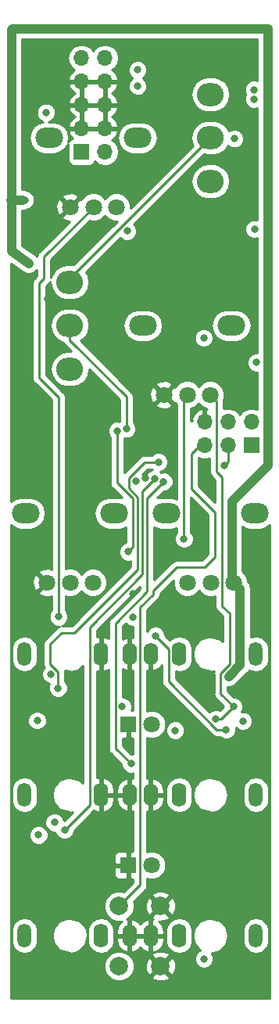
<source format=gbr>
G04 #@! TF.GenerationSoftware,KiCad,Pcbnew,5.0.2-bee76a0~70~ubuntu18.04.1*
G04 #@! TF.CreationDate,2019-04-14T16:07:02+08:00*
G04 #@! TF.ProjectId,LFO,4c464f2e-6b69-4636-9164-5f7063625858,rev?*
G04 #@! TF.SameCoordinates,PX8d9ee20PY6422c40*
G04 #@! TF.FileFunction,Copper,L1,Top*
G04 #@! TF.FilePolarity,Positive*
%FSLAX46Y46*%
G04 Gerber Fmt 4.6, Leading zero omitted, Abs format (unit mm)*
G04 Created by KiCad (PCBNEW 5.0.2-bee76a0~70~ubuntu18.04.1) date Sun Apr 14 16:07:02 2019*
%MOMM*%
%LPD*%
G01*
G04 APERTURE LIST*
G04 #@! TA.AperFunction,ComponentPad*
%ADD10C,2.000000*%
G04 #@! TD*
G04 #@! TA.AperFunction,WasherPad*
%ADD11O,3.000000X2.200000*%
G04 #@! TD*
G04 #@! TA.AperFunction,ComponentPad*
%ADD12C,1.800000*%
G04 #@! TD*
G04 #@! TA.AperFunction,ComponentPad*
%ADD13O,1.500000X2.600000*%
G04 #@! TD*
G04 #@! TA.AperFunction,ComponentPad*
%ADD14O,1.600000X2.400000*%
G04 #@! TD*
G04 #@! TA.AperFunction,ComponentPad*
%ADD15O,1.600000X2.600000*%
G04 #@! TD*
G04 #@! TA.AperFunction,ComponentPad*
%ADD16R,1.800000X1.800000*%
G04 #@! TD*
G04 #@! TA.AperFunction,ComponentPad*
%ADD17O,1.700000X1.700000*%
G04 #@! TD*
G04 #@! TA.AperFunction,ComponentPad*
%ADD18R,1.700000X1.700000*%
G04 #@! TD*
G04 #@! TA.AperFunction,ComponentPad*
%ADD19O,2.900000X2.500000*%
G04 #@! TD*
G04 #@! TA.AperFunction,ViaPad*
%ADD20C,0.800000*%
G04 #@! TD*
G04 #@! TA.AperFunction,Conductor*
%ADD21C,0.250000*%
G04 #@! TD*
G04 #@! TA.AperFunction,Conductor*
%ADD22C,1.000000*%
G04 #@! TD*
G04 #@! TA.AperFunction,Conductor*
%ADD23C,0.254000*%
G04 #@! TD*
G04 APERTURE END LIST*
D10*
G04 #@! TO.P,SW1,1*
G04 #@! TO.N,RESET*
X-2286000Y-42522000D03*
G04 #@! TO.P,SW1,2*
G04 #@! TO.N,GND*
X2214000Y-42522000D03*
G04 #@! TO.P,SW1,1*
G04 #@! TO.N,RESET*
X-2286000Y-49022000D03*
G04 #@! TO.P,SW1,2*
G04 #@! TO.N,GND*
X2214000Y-49022000D03*
G04 #@! TD*
D11*
G04 #@! TO.P,RV4,*
G04 #@! TO.N,*
X12420000Y0D03*
D12*
G04 #@! TO.P,RV4,3*
G04 #@! TO.N,+12V*
X5120000Y-7500010D03*
G04 #@! TO.P,RV4,2*
G04 #@! TO.N,Net-(C22-Pad1)*
X7660000Y-7500010D03*
G04 #@! TO.P,RV4,1*
G04 #@! TO.N,-12V*
X10120000Y-7500010D03*
D11*
G04 #@! TO.P,RV4,*
G04 #@! TO.N,*
X2820000Y0D03*
G04 #@! TD*
G04 #@! TO.P,RV2,*
G04 #@! TO.N,*
X-2820000Y0D03*
D12*
G04 #@! TO.P,RV2,3*
G04 #@! TO.N,GND*
X-10120000Y-7500010D03*
G04 #@! TO.P,RV2,2*
G04 #@! TO.N,Net-(C8-Pad1)*
X-7580000Y-7500010D03*
G04 #@! TO.P,RV2,1*
G04 #@! TO.N,+5V*
X-5120000Y-7500010D03*
D11*
G04 #@! TO.P,RV2,*
G04 #@! TO.N,*
X-12420000Y0D03*
G04 #@! TD*
D13*
G04 #@! TO.P,J6,T*
G04 #@! TO.N,/DigitalOut/Out*
X12540000Y-45720000D03*
D14*
G04 #@! TO.P,J6,S*
G04 #@! TO.N,GND*
X1140000Y-45720000D03*
D15*
G04 #@! TO.P,J6,TN*
G04 #@! TO.N,Net-(J6-PadTN)*
X4240000Y-45720000D03*
G04 #@! TD*
D13*
G04 #@! TO.P,J5,T*
G04 #@! TO.N,/OutputStage/Inv*
X12540000Y-30480000D03*
D14*
G04 #@! TO.P,J5,S*
G04 #@! TO.N,GND*
X1140000Y-30480000D03*
D15*
G04 #@! TO.P,J5,TN*
G04 #@! TO.N,Net-(J5-PadTN)*
X4240000Y-30480000D03*
G04 #@! TD*
D13*
G04 #@! TO.P,J4,T*
G04 #@! TO.N,/OutputStage/Out*
X12540000Y-15240000D03*
D14*
G04 #@! TO.P,J4,S*
G04 #@! TO.N,GND*
X1140000Y-15240000D03*
D15*
G04 #@! TO.P,J4,TN*
G04 #@! TO.N,Net-(J4-PadTN)*
X4240000Y-15240000D03*
G04 #@! TD*
D13*
G04 #@! TO.P,J3,T*
G04 #@! TO.N,/DigitalIn/In*
X-12540000Y-45720000D03*
D14*
G04 #@! TO.P,J3,S*
G04 #@! TO.N,GND*
X-1140000Y-45720000D03*
D15*
G04 #@! TO.P,J3,TN*
G04 #@! TO.N,+5V*
X-4240000Y-45720000D03*
G04 #@! TD*
D13*
G04 #@! TO.P,J2,T*
G04 #@! TO.N,/CVIn05.sch/In*
X-12540000Y-30480000D03*
D14*
G04 #@! TO.P,J2,S*
G04 #@! TO.N,GND*
X-1140000Y-30480000D03*
D15*
G04 #@! TO.P,J2,TN*
X-4240000Y-30480000D03*
G04 #@! TD*
D13*
G04 #@! TO.P,J1,T*
G04 #@! TO.N,/CVIn55/In*
X-12540000Y-15240000D03*
D14*
G04 #@! TO.P,J1,S*
G04 #@! TO.N,GND*
X-1140000Y-15240000D03*
D15*
G04 #@! TO.P,J1,TN*
X-4240000Y-15240000D03*
G04 #@! TD*
D12*
G04 #@! TO.P,D2,2*
G04 #@! TO.N,Net-(D2-Pad2)*
X1270000Y-38100000D03*
D16*
G04 #@! TO.P,D2,1*
G04 #@! TO.N,GND*
X-1270000Y-38100000D03*
G04 #@! TD*
D17*
G04 #@! TO.P,J7,6*
G04 #@! TO.N,GND*
X6985000Y9906000D03*
G04 #@! TO.P,J7,5*
G04 #@! TO.N,RESET*
X6985000Y7366000D03*
G04 #@! TO.P,J7,4*
G04 #@! TO.N,MOSI*
X9525000Y9906000D03*
G04 #@! TO.P,J7,3*
G04 #@! TO.N,SCK*
X9525000Y7366000D03*
G04 #@! TO.P,J7,2*
G04 #@! TO.N,+5V*
X12065000Y9906000D03*
D18*
G04 #@! TO.P,J7,1*
G04 #@! TO.N,LED1*
X12065000Y7366000D03*
G04 #@! TD*
D17*
G04 #@! TO.P,J8,10*
G04 #@! TO.N,Net-(D3-Pad2)*
X-3810000Y49276000D03*
G04 #@! TO.P,J8,9*
X-6350000Y49276000D03*
G04 #@! TO.P,J8,8*
G04 #@! TO.N,GND*
X-3810000Y46736000D03*
G04 #@! TO.P,J8,7*
X-6350000Y46736000D03*
G04 #@! TO.P,J8,6*
X-3810000Y44196000D03*
G04 #@! TO.P,J8,5*
X-6350000Y44196000D03*
G04 #@! TO.P,J8,4*
X-3810000Y41656000D03*
G04 #@! TO.P,J8,3*
X-6350000Y41656000D03*
G04 #@! TO.P,J8,2*
G04 #@! TO.N,Net-(D5-Pad1)*
X-3810000Y39116000D03*
D18*
G04 #@! TO.P,J8,1*
X-6350000Y39116000D03*
G04 #@! TD*
D12*
G04 #@! TO.P,D1,2*
G04 #@! TO.N,Net-(D1-Pad2)*
X1270000Y-22860000D03*
D16*
G04 #@! TO.P,D1,1*
G04 #@! TO.N,GND*
X-1270000Y-22860000D03*
G04 #@! TD*
D11*
G04 #@! TO.P,RV1,*
G04 #@! TO.N,*
X-280000Y40640000D03*
D12*
G04 #@! TO.P,RV1,3*
G04 #@! TO.N,GND*
X-7580000Y33139990D03*
G04 #@! TO.P,RV1,2*
G04 #@! TO.N,Net-(C5-Pad1)*
X-5040000Y33139990D03*
G04 #@! TO.P,RV1,1*
G04 #@! TO.N,+5V*
X-2580000Y33139990D03*
D11*
G04 #@! TO.P,RV1,*
G04 #@! TO.N,*
X-9880000Y40640000D03*
G04 #@! TD*
G04 #@! TO.P,RV3,*
G04 #@! TO.N,*
X9880000Y20320000D03*
D12*
G04 #@! TO.P,RV3,3*
G04 #@! TO.N,GND*
X2580000Y12819990D03*
G04 #@! TO.P,RV3,2*
G04 #@! TO.N,Net-(R25-Pad1)*
X5120000Y12819990D03*
G04 #@! TO.P,RV3,1*
G04 #@! TO.N,Net-(C15-Pad1)*
X7580000Y12819990D03*
D11*
G04 #@! TO.P,RV3,*
G04 #@! TO.N,*
X280000Y20320000D03*
G04 #@! TD*
D19*
G04 #@! TO.P,SW3,1*
G04 #@! TO.N,Net-(R41-Pad2)*
X-7620000Y15620000D03*
G04 #@! TO.P,SW3,3*
G04 #@! TO.N,Net-(R38-Pad2)*
X-7620000Y25020000D03*
G04 #@! TO.P,SW3,2*
G04 #@! TO.N,SPDTS*
X-7620000Y20320000D03*
G04 #@! TD*
G04 #@! TO.P,SW2,1*
G04 #@! TO.N,Net-(R40-Pad2)*
X7620000Y35940000D03*
G04 #@! TO.P,SW2,3*
G04 #@! TO.N,+5V*
X7620000Y45340000D03*
G04 #@! TO.P,SW2,2*
G04 #@! TO.N,Net-(R38-Pad2)*
X7620000Y40640000D03*
G04 #@! TD*
D20*
G04 #@! TO.N,GND*
X-381000Y6731000D03*
X889000Y6731000D03*
X889000Y8001000D03*
X-381000Y8001000D03*
G04 #@! TO.N,+5V*
X-10199200Y43371700D03*
X6902400Y18973300D03*
X-483000Y3515100D03*
X-11150500Y-22441000D03*
X-9281900Y-33465200D03*
X-1410400Y30544000D03*
X-787500Y-11241200D03*
X-9635100Y-17431000D03*
X6924000Y-48242500D03*
X-10998500Y-34834600D03*
X12614900Y16317000D03*
X10220800Y40542500D03*
X-268000Y46221000D03*
X-268000Y47992000D03*
G04 #@! TO.N,+12V*
X11125000Y-22504000D03*
X12395000Y30759400D03*
X12319000Y45847000D03*
X12319000Y45847000D03*
X12319000Y45847000D03*
X12319000Y44831000D03*
G04 #@! TO.N,TRIG*
X-985400Y-27113600D03*
X2558800Y3429600D03*
G04 #@! TO.N,SPDTS*
X-1481900Y9129000D03*
G04 #@! TO.N,Net-(R29-Pad1)*
X9329000Y-23414400D03*
X1668600Y-13264800D03*
G04 #@! TO.N,Net-(R25-Pad1)*
X4757600Y-2775500D03*
G04 #@! TO.N,-12V*
X-1930000Y-20930000D03*
X9595000Y-17659000D03*
X-12065000Y27051000D03*
X3810000Y-23495000D03*
X-12446000Y33909000D03*
X-13589000Y33909000D03*
G04 #@! TO.N,Net-(C15-Pad1)*
X10128400Y-20930200D03*
X8223000Y-22285400D03*
G04 #@! TO.N,PWM*
X-8176200Y-34289100D03*
X1558400Y3699800D03*
G04 #@! TO.N,FREQ*
X-8884900Y-18922400D03*
X1983100Y5534800D03*
G04 #@! TO.N,SCK*
X9082800Y5172300D03*
G04 #@! TO.N,Net-(C5-Pad1)*
X-8850000Y-11197400D03*
G04 #@! TO.N,GND*
X7086500Y4889600D03*
X6312200Y-19521200D03*
X-9827700Y-1704100D03*
X3149500Y-19994600D03*
X-10382300Y50673500D03*
X-9829400Y4105100D03*
X2732500Y-26156700D03*
X-787500Y-8691100D03*
X-13641100Y15366300D03*
X-12725500Y-22175700D03*
X-13650900Y7343800D03*
X-13425700Y10602800D03*
X-6695100Y27999300D03*
X6339300Y14770400D03*
X8824000Y-43576700D03*
X5979700Y-43929700D03*
X-1402200Y27507500D03*
X-2107600Y-33749200D03*
X-9830700Y-47596800D03*
X-9974100Y23169600D03*
X-12573500Y-34845800D03*
X6959500Y-694600D03*
X13145900Y-2983500D03*
X12725500Y-24866500D03*
X558000Y3793300D03*
X9599300Y-33872300D03*
X12309300Y36255800D03*
X9112100Y27571000D03*
X-9232000Y30939500D03*
X10795000Y44110500D03*
X-3048000Y11684000D03*
X-4826000Y3810000D03*
X3683000Y48006000D03*
X2032000Y48006000D03*
G04 #@! TO.N,LED2*
X-1280100Y-4174800D03*
X-2483600Y8923700D03*
G04 #@! TD*
D21*
G04 #@! TO.N,TRIG*
X762000Y1632800D02*
X2558800Y3429600D01*
X762000Y-8484400D02*
X762000Y1632800D01*
X-2657900Y-11904300D02*
X762000Y-8484400D01*
X-985400Y-27113600D02*
X-2657900Y-25441100D01*
X-2657900Y-25441100D02*
X-2657900Y-11904300D01*
G04 #@! TO.N,SPDTS*
X-7620000Y20320000D02*
X-7620000Y18744700D01*
X-7620000Y18744700D02*
X-1481900Y12606600D01*
X-1481900Y12606600D02*
X-1481900Y9129000D01*
G04 #@! TO.N,Net-(R29-Pad1)*
X1668600Y-13264800D02*
X3090900Y-14687100D01*
X3090900Y-14687100D02*
X3090900Y-18191400D01*
X3090900Y-18191400D02*
X8313800Y-23414300D01*
X8313800Y-23414300D02*
X9329000Y-23414300D01*
X9329000Y-23414300D02*
X9329000Y-23414400D01*
G04 #@! TO.N,Net-(R25-Pad1)*
X5120000Y12820000D02*
X4757600Y12457600D01*
X4757600Y12457600D02*
X4757600Y-2775500D01*
G04 #@! TO.N,Net-(R38-Pad2)*
X-7620000Y25400000D02*
X-7620000Y25020000D01*
X7620000Y40640000D02*
X-7620000Y25400000D01*
G04 #@! TO.N,-12V*
X10120000Y-7500000D02*
X9931000Y-7311000D01*
D22*
X9931000Y-7311000D02*
X9931000Y1245000D01*
X9931000Y1245000D02*
X13835000Y5148300D01*
X13835000Y5148300D02*
X13835000Y52448600D01*
X13835000Y52448600D02*
X-13820000Y52448600D01*
X-13820000Y52448600D02*
X-13938000Y52330800D01*
X-13938000Y52330800D02*
X-13938000Y52254600D01*
X-13938000Y52254600D02*
X-13938000Y51645000D01*
X-13938000Y51645000D02*
X-13938000Y33687200D01*
X-13938000Y52254600D02*
X-13938000Y51645000D01*
X-12065000Y27051000D02*
X-13938000Y28365000D01*
X-13938000Y28365000D02*
X-13938000Y33687200D01*
X-13957000Y33909000D02*
X-12700000Y33909000D01*
X10826000Y-8206000D02*
X10120000Y-7500000D01*
X9595000Y-17659000D02*
X10826000Y-16428000D01*
X10826000Y-16428000D02*
X10826000Y-8206000D01*
D21*
G04 #@! TO.N,Net-(C15-Pad1)*
X10128400Y-20930200D02*
X8739000Y-19540800D01*
X8739000Y-19540800D02*
X8739000Y-17347700D01*
X8739000Y-17347700D02*
X9725400Y-16361300D01*
X9725400Y-16361300D02*
X9725400Y-10868100D01*
X9725400Y-10868100D02*
X8890000Y-10032700D01*
X8890000Y-10032700D02*
X8890000Y3901300D01*
X8890000Y3901300D02*
X8287500Y4503800D01*
X8287500Y4503800D02*
X8287500Y12112500D01*
X8287500Y12112500D02*
X7580000Y12820000D01*
X10128400Y-20930200D02*
X8773200Y-22285400D01*
X8773200Y-22285400D02*
X8223000Y-22285400D01*
G04 #@! TO.N,PWM*
X254000Y2395400D02*
X1558400Y3699800D01*
X254000Y-6620100D02*
X254000Y2395400D01*
X-5475700Y-12349800D02*
X254000Y-6620100D01*
X-8176200Y-34289100D02*
X-5475700Y-31588600D01*
X-5475700Y-31588600D02*
X-5475700Y-12349800D01*
G04 #@! TO.N,RESET*
X1397000Y-8763000D02*
X0Y-10160000D01*
X0Y-40236000D02*
X-2286000Y-42522000D01*
X1397000Y-8416300D02*
X1397000Y-8763000D01*
X3971300Y-5842000D02*
X1397000Y-8416300D01*
X0Y-10160000D02*
X0Y-40236000D01*
X6985000Y-5842000D02*
X3971300Y-5842000D01*
X6477000Y7366000D02*
X5588000Y6477000D01*
X6985000Y7366000D02*
X6477000Y7366000D01*
X5588000Y6477000D02*
X5588000Y2667000D01*
X5588000Y2667000D02*
X8128000Y127000D01*
X8128000Y-4699000D02*
X6985000Y-5842000D01*
X8128000Y127000D02*
X8128000Y-4699000D01*
G04 #@! TO.N,FREQ*
X-1208300Y3824400D02*
X502100Y5534800D01*
X-1208300Y2691500D02*
X-1208300Y3824400D01*
X-254000Y1737200D02*
X-1208300Y2691500D01*
X502100Y5534800D02*
X1983100Y5534800D01*
X-254000Y-6096000D02*
X-254000Y1737200D01*
X-8884900Y-17142900D02*
X-9723400Y-16304400D01*
X-8884900Y-18922400D02*
X-8884900Y-17142900D01*
X-8509000Y-12954000D02*
X-7112000Y-12954000D01*
X-9723400Y-16304400D02*
X-9723400Y-14168400D01*
X-9723400Y-14168400D02*
X-8509000Y-12954000D01*
X-7112000Y-12954000D02*
X-254000Y-6096000D01*
G04 #@! TO.N,SCK*
X9082800Y5172300D02*
X9525000Y5614500D01*
X9525000Y5614500D02*
X9525000Y7366000D01*
G04 #@! TO.N,Net-(C5-Pad1)*
X-10414000Y25400000D02*
X-10414000Y27766000D01*
X-10922000Y24892000D02*
X-10414000Y25400000D01*
X-8850000Y12576000D02*
X-10922000Y14648000D01*
X-10414000Y27766000D02*
X-5040000Y33140000D01*
X-10922000Y14648000D02*
X-10922000Y24892000D01*
X-8850000Y-11197400D02*
X-8850000Y12576000D01*
G04 #@! TO.N,LED2*
X-2483600Y3291500D02*
X-2483600Y8923700D01*
X-762000Y1569900D02*
X-2483600Y3291500D01*
X-1280100Y-4174800D02*
X-762000Y-3656700D01*
X-762000Y-3656700D02*
X-762000Y1569900D01*
G04 #@! TD*
D23*
G04 #@! TO.N,GND*
G36*
X-12625336Y26057650D02*
X-12316488Y25921422D01*
X-11865074Y25911166D01*
X-11444096Y26074439D01*
X-11174000Y26332536D01*
X-11174000Y25714802D01*
X-11406473Y25482328D01*
X-11469928Y25439929D01*
X-11512328Y25376473D01*
X-11512329Y25376472D01*
X-11637903Y25188537D01*
X-11696888Y24892000D01*
X-11681999Y24817148D01*
X-11682000Y14722847D01*
X-11696888Y14648000D01*
X-11682000Y14573153D01*
X-11682000Y14573149D01*
X-11637904Y14351464D01*
X-11469929Y14100071D01*
X-11406470Y14057669D01*
X-9609999Y12261197D01*
X-9610000Y-6052091D01*
X-9879336Y-5953552D01*
X-10489460Y-5979171D01*
X-10934148Y-6163367D01*
X-11020554Y-6419851D01*
X-10120000Y-7320405D01*
X-10105857Y-7306263D01*
X-9926252Y-7485868D01*
X-9940395Y-7500010D01*
X-9926252Y-7514153D01*
X-10105857Y-7693758D01*
X-10120000Y-7679615D01*
X-11020554Y-8580169D01*
X-10934148Y-8836653D01*
X-10360664Y-9046468D01*
X-9750540Y-9020849D01*
X-9610000Y-8962635D01*
X-9610000Y-10493689D01*
X-9727431Y-10611120D01*
X-9885000Y-10991526D01*
X-9885000Y-11403274D01*
X-9727431Y-11783680D01*
X-9436280Y-12074831D01*
X-9055874Y-12232400D01*
X-8776901Y-12232400D01*
X-8805537Y-12238096D01*
X-9056929Y-12406071D01*
X-9099329Y-12469527D01*
X-10207872Y-13578071D01*
X-10271328Y-13620471D01*
X-10313728Y-13683927D01*
X-10313729Y-13683928D01*
X-10439303Y-13871863D01*
X-10498288Y-14168400D01*
X-10483399Y-14243252D01*
X-10483400Y-16229553D01*
X-10498288Y-16304400D01*
X-10483400Y-16379247D01*
X-10483400Y-16379251D01*
X-10439304Y-16600936D01*
X-10370989Y-16703178D01*
X-10512531Y-16844720D01*
X-10670100Y-17225126D01*
X-10670100Y-17636874D01*
X-10512531Y-18017280D01*
X-10221380Y-18308431D01*
X-9840974Y-18466000D01*
X-9816129Y-18466000D01*
X-9919900Y-18716526D01*
X-9919900Y-19128274D01*
X-9762331Y-19508680D01*
X-9471180Y-19799831D01*
X-9090774Y-19957400D01*
X-8679026Y-19957400D01*
X-8298620Y-19799831D01*
X-8007469Y-19508680D01*
X-7849900Y-19128274D01*
X-7849900Y-18716526D01*
X-8007469Y-18336120D01*
X-8124900Y-18218689D01*
X-8124900Y-17217746D01*
X-8110012Y-17142899D01*
X-8124900Y-17068052D01*
X-8124900Y-17068048D01*
X-8134396Y-17020310D01*
X-7650802Y-17141208D01*
X-7599121Y-17143272D01*
X-6837121Y-17016272D01*
X-6776697Y-16988564D01*
X-6235699Y-16537733D01*
X-6235700Y-29199580D01*
X-6506436Y-28874697D01*
X-6528393Y-28853958D01*
X-6573198Y-28832792D01*
X-7589198Y-28578792D01*
X-7620000Y-28575000D01*
X-7874000Y-28575000D01*
X-7914161Y-28581517D01*
X-8676161Y-28835517D01*
X-8733564Y-28874697D01*
X-9368564Y-29636697D01*
X-9396272Y-29697121D01*
X-9523272Y-30459121D01*
X-9523272Y-30500879D01*
X-9396272Y-31262879D01*
X-9368564Y-31323303D01*
X-8733564Y-32085303D01*
X-8711607Y-32106042D01*
X-8666802Y-32127208D01*
X-7650802Y-32381208D01*
X-7599121Y-32383272D01*
X-7294384Y-32332483D01*
X-8216001Y-33254100D01*
X-8249065Y-33254100D01*
X-8404469Y-32878920D01*
X-8695620Y-32587769D01*
X-9076026Y-32430200D01*
X-9487774Y-32430200D01*
X-9868180Y-32587769D01*
X-10159331Y-32878920D01*
X-10316900Y-33259326D01*
X-10316900Y-33671074D01*
X-10159331Y-34051480D01*
X-9868180Y-34342631D01*
X-9487774Y-34500200D01*
X-9209035Y-34500200D01*
X-9053631Y-34875380D01*
X-8762480Y-35166531D01*
X-8382074Y-35324100D01*
X-7970326Y-35324100D01*
X-7589920Y-35166531D01*
X-7298769Y-34875380D01*
X-7141200Y-34494974D01*
X-7141200Y-34328901D01*
X-4991629Y-32179331D01*
X-4671819Y-32354367D01*
X-4589039Y-32371904D01*
X-4367000Y-32249915D01*
X-4367000Y-30607000D01*
X-4113000Y-30607000D01*
X-4113000Y-32249915D01*
X-3890961Y-32371904D01*
X-3808181Y-32354367D01*
X-3315104Y-32084500D01*
X-2962834Y-31646483D01*
X-2805000Y-31107000D01*
X-2805000Y-30607000D01*
X-2575000Y-30607000D01*
X-2575000Y-31007000D01*
X-2417166Y-31546483D01*
X-2064896Y-31984500D01*
X-1571819Y-32254367D01*
X-1489039Y-32271904D01*
X-1267000Y-32149915D01*
X-1267000Y-30607000D01*
X-2575000Y-30607000D01*
X-2805000Y-30607000D01*
X-4113000Y-30607000D01*
X-4367000Y-30607000D01*
X-4387000Y-30607000D01*
X-4387000Y-30353000D01*
X-4367000Y-30353000D01*
X-4367000Y-28710085D01*
X-4113000Y-28710085D01*
X-4113000Y-30353000D01*
X-2805000Y-30353000D01*
X-2805000Y-29953000D01*
X-2575000Y-29953000D01*
X-2575000Y-30353000D01*
X-1267000Y-30353000D01*
X-1267000Y-28810085D01*
X-1489039Y-28688096D01*
X-1571819Y-28705633D01*
X-2064896Y-28975500D01*
X-2417166Y-29413517D01*
X-2575000Y-29953000D01*
X-2805000Y-29953000D01*
X-2805000Y-29853000D01*
X-2962834Y-29313517D01*
X-3315104Y-28875500D01*
X-3808181Y-28605633D01*
X-3890961Y-28588096D01*
X-4113000Y-28710085D01*
X-4367000Y-28710085D01*
X-4589039Y-28588096D01*
X-4671819Y-28605633D01*
X-4715700Y-28629650D01*
X-4715700Y-17090350D01*
X-4671819Y-17114367D01*
X-4589039Y-17131904D01*
X-4367000Y-17009915D01*
X-4367000Y-15367000D01*
X-4387000Y-15367000D01*
X-4387000Y-15113000D01*
X-4367000Y-15113000D01*
X-4367000Y-13470085D01*
X-4589039Y-13348096D01*
X-4671819Y-13365633D01*
X-4715700Y-13389650D01*
X-4715700Y-12664601D01*
X2000Y-7946903D01*
X2000Y-8169598D01*
X-3142372Y-11313971D01*
X-3205828Y-11356371D01*
X-3248228Y-11419827D01*
X-3248229Y-11419828D01*
X-3373803Y-11607763D01*
X-3432788Y-11904300D01*
X-3417899Y-11979152D01*
X-3417899Y-13579239D01*
X-3808181Y-13365633D01*
X-3890961Y-13348096D01*
X-4113000Y-13470085D01*
X-4113000Y-15113000D01*
X-4093000Y-15113000D01*
X-4093000Y-15367000D01*
X-4113000Y-15367000D01*
X-4113000Y-17009915D01*
X-3890961Y-17131904D01*
X-3808181Y-17114367D01*
X-3417899Y-16900761D01*
X-3417900Y-25366253D01*
X-3432788Y-25441100D01*
X-3417900Y-25515947D01*
X-3417900Y-25515951D01*
X-3373804Y-25737636D01*
X-3205829Y-25989029D01*
X-3142370Y-26031431D01*
X-2020400Y-27153402D01*
X-2020400Y-27319474D01*
X-1862831Y-27699880D01*
X-1571680Y-27991031D01*
X-1191274Y-28148600D01*
X-779526Y-28148600D01*
X-759999Y-28140512D01*
X-759999Y-28694655D01*
X-790961Y-28688096D01*
X-1013000Y-28810085D01*
X-1013000Y-30353000D01*
X-993000Y-30353000D01*
X-993000Y-30607000D01*
X-1013000Y-30607000D01*
X-1013000Y-32149915D01*
X-790961Y-32271904D01*
X-759999Y-32265345D01*
X-759999Y-36565000D01*
X-984250Y-36565000D01*
X-1143000Y-36723750D01*
X-1143000Y-37973000D01*
X-1123000Y-37973000D01*
X-1123000Y-38227000D01*
X-1143000Y-38227000D01*
X-1143000Y-39476250D01*
X-984250Y-39635000D01*
X-759999Y-39635000D01*
X-759999Y-39921197D01*
X-1794625Y-40955823D01*
X-1960778Y-40887000D01*
X-2611222Y-40887000D01*
X-3212153Y-41135914D01*
X-3672086Y-41595847D01*
X-3921000Y-42196778D01*
X-3921000Y-42847222D01*
X-3672086Y-43448153D01*
X-3212153Y-43908086D01*
X-2611222Y-44157000D01*
X-1960778Y-44157000D01*
X-1949396Y-44152285D01*
X-2064896Y-44215500D01*
X-2417166Y-44653517D01*
X-2575000Y-45193000D01*
X-2575000Y-45593000D01*
X-1267000Y-45593000D01*
X-1267000Y-44050085D01*
X-1013000Y-44050085D01*
X-1013000Y-45593000D01*
X1013000Y-45593000D01*
X1013000Y-44050085D01*
X790961Y-43928096D01*
X708181Y-43945633D01*
X215104Y-44215500D01*
X0Y-44482963D01*
X-215104Y-44215500D01*
X-708181Y-43945633D01*
X-790961Y-43928096D01*
X-1013000Y-44050085D01*
X-1267000Y-44050085D01*
X-1454271Y-43947198D01*
X-1359847Y-43908086D01*
X-1126293Y-43674532D01*
X1241073Y-43674532D01*
X1339736Y-43941387D01*
X1414375Y-43969116D01*
X1267000Y-44050085D01*
X1267000Y-45593000D01*
X2575000Y-45593000D01*
X2575000Y-45193000D01*
X2541551Y-45078667D01*
X2805000Y-45078667D01*
X2805000Y-46361332D01*
X2888260Y-46779908D01*
X3205423Y-47254576D01*
X3680091Y-47571740D01*
X4240000Y-47683113D01*
X4799908Y-47571740D01*
X5274576Y-47254577D01*
X5591740Y-46779909D01*
X5675000Y-46361333D01*
X5675000Y-45699121D01*
X5716728Y-45699121D01*
X5716728Y-45740879D01*
X5843728Y-46502879D01*
X5871436Y-46563303D01*
X6487778Y-47302913D01*
X6337720Y-47365069D01*
X6046569Y-47656220D01*
X5889000Y-48036626D01*
X5889000Y-48448374D01*
X6046569Y-48828780D01*
X6337720Y-49119931D01*
X6718126Y-49277500D01*
X7129874Y-49277500D01*
X7510280Y-49119931D01*
X7801431Y-48828780D01*
X7959000Y-48448374D01*
X7959000Y-48036626D01*
X7801431Y-47656220D01*
X7750254Y-47605043D01*
X8402879Y-47496272D01*
X8463303Y-47468564D01*
X9225303Y-46833564D01*
X9246042Y-46811607D01*
X9267208Y-46766802D01*
X9521208Y-45750802D01*
X9523272Y-45699121D01*
X9412351Y-45033593D01*
X11155000Y-45033593D01*
X11155000Y-46406406D01*
X11235359Y-46810399D01*
X11541471Y-47268528D01*
X11999600Y-47574641D01*
X12540000Y-47682133D01*
X13080399Y-47574641D01*
X13538528Y-47268529D01*
X13844641Y-46810400D01*
X13925000Y-46406407D01*
X13925000Y-45033593D01*
X13844641Y-44629600D01*
X13538529Y-44171471D01*
X13080400Y-43865359D01*
X12540000Y-43757867D01*
X11999601Y-43865359D01*
X11541472Y-44171471D01*
X11235359Y-44629600D01*
X11155000Y-45033593D01*
X9412351Y-45033593D01*
X9396272Y-44937121D01*
X9368564Y-44876697D01*
X8733564Y-44114697D01*
X8711607Y-44093958D01*
X8666802Y-44072792D01*
X7650802Y-43818792D01*
X7620000Y-43815000D01*
X7366000Y-43815000D01*
X7325839Y-43821517D01*
X6563839Y-44075517D01*
X6506436Y-44114697D01*
X5871436Y-44876697D01*
X5843728Y-44937121D01*
X5716728Y-45699121D01*
X5675000Y-45699121D01*
X5675000Y-45078667D01*
X5591740Y-44660091D01*
X5274577Y-44185423D01*
X4799909Y-43868260D01*
X4240000Y-43756887D01*
X3680092Y-43868260D01*
X3205424Y-44185423D01*
X2888260Y-44660091D01*
X2805000Y-45078667D01*
X2541551Y-45078667D01*
X2417166Y-44653517D01*
X2064896Y-44215500D01*
X1976137Y-44166921D01*
X2599460Y-44143856D01*
X3088264Y-43941387D01*
X3186927Y-43674532D01*
X2214000Y-42701605D01*
X1241073Y-43674532D01*
X-1126293Y-43674532D01*
X-899914Y-43448153D01*
X-651000Y-42847222D01*
X-651000Y-42257461D01*
X568092Y-42257461D01*
X592144Y-42907460D01*
X794613Y-43396264D01*
X1061468Y-43494927D01*
X2034395Y-42522000D01*
X2393605Y-42522000D01*
X3366532Y-43494927D01*
X3633387Y-43396264D01*
X3859908Y-42786539D01*
X3835856Y-42136540D01*
X3633387Y-41647736D01*
X3366532Y-41549073D01*
X2393605Y-42522000D01*
X2034395Y-42522000D01*
X1061468Y-41549073D01*
X794613Y-41647736D01*
X568092Y-42257461D01*
X-651000Y-42257461D01*
X-651000Y-42196778D01*
X-719823Y-42030625D01*
X-58666Y-41369468D01*
X1241073Y-41369468D01*
X2214000Y-42342395D01*
X3186927Y-41369468D01*
X3088264Y-41102613D01*
X2478539Y-40876092D01*
X1828540Y-40900144D01*
X1339736Y-41102613D01*
X1241073Y-41369468D01*
X-58666Y-41369468D01*
X484473Y-40826329D01*
X547929Y-40783929D01*
X715904Y-40532537D01*
X760000Y-40310852D01*
X760000Y-40310848D01*
X774888Y-40236001D01*
X760000Y-40161154D01*
X760000Y-39550223D01*
X964670Y-39635000D01*
X1575330Y-39635000D01*
X2139507Y-39401310D01*
X2571310Y-38969507D01*
X2805000Y-38405330D01*
X2805000Y-37794670D01*
X2571310Y-37230493D01*
X2139507Y-36798690D01*
X1575330Y-36565000D01*
X964670Y-36565000D01*
X760000Y-36649777D01*
X760000Y-32265345D01*
X790961Y-32271904D01*
X1013000Y-32149915D01*
X1013000Y-30607000D01*
X1267000Y-30607000D01*
X1267000Y-32149915D01*
X1489039Y-32271904D01*
X1571819Y-32254367D01*
X2064896Y-31984500D01*
X2417166Y-31546483D01*
X2575000Y-31007000D01*
X2575000Y-30607000D01*
X1267000Y-30607000D01*
X1013000Y-30607000D01*
X993000Y-30607000D01*
X993000Y-30353000D01*
X1013000Y-30353000D01*
X1013000Y-28810085D01*
X1267000Y-28810085D01*
X1267000Y-30353000D01*
X2575000Y-30353000D01*
X2575000Y-29953000D01*
X2541551Y-29838667D01*
X2805000Y-29838667D01*
X2805000Y-31121332D01*
X2888260Y-31539908D01*
X3205423Y-32014576D01*
X3680091Y-32331740D01*
X4240000Y-32443113D01*
X4799908Y-32331740D01*
X5274576Y-32014577D01*
X5591740Y-31539909D01*
X5675000Y-31121333D01*
X5675000Y-30459121D01*
X5716728Y-30459121D01*
X5716728Y-30500879D01*
X5843728Y-31262879D01*
X5871436Y-31323303D01*
X6506436Y-32085303D01*
X6528393Y-32106042D01*
X6573198Y-32127208D01*
X7589198Y-32381208D01*
X7640879Y-32383272D01*
X8402879Y-32256272D01*
X8463303Y-32228564D01*
X9225303Y-31593564D01*
X9246042Y-31571607D01*
X9267208Y-31526802D01*
X9521208Y-30510802D01*
X9523272Y-30459121D01*
X9412351Y-29793593D01*
X11155000Y-29793593D01*
X11155000Y-31166406D01*
X11235359Y-31570399D01*
X11541471Y-32028528D01*
X11999600Y-32334641D01*
X12540000Y-32442133D01*
X13080399Y-32334641D01*
X13538528Y-32028529D01*
X13844641Y-31570400D01*
X13925000Y-31166407D01*
X13925000Y-29793593D01*
X13844641Y-29389600D01*
X13538529Y-28931471D01*
X13080400Y-28625359D01*
X12540000Y-28517867D01*
X11999601Y-28625359D01*
X11541472Y-28931471D01*
X11235359Y-29389600D01*
X11155000Y-29793593D01*
X9412351Y-29793593D01*
X9396272Y-29697121D01*
X9368564Y-29636697D01*
X8733564Y-28874697D01*
X8711607Y-28853958D01*
X8666802Y-28832792D01*
X7650802Y-28578792D01*
X7620000Y-28575000D01*
X7366000Y-28575000D01*
X7325839Y-28581517D01*
X6563839Y-28835517D01*
X6506436Y-28874697D01*
X5871436Y-29636697D01*
X5843728Y-29697121D01*
X5716728Y-30459121D01*
X5675000Y-30459121D01*
X5675000Y-29838667D01*
X5591740Y-29420091D01*
X5274577Y-28945423D01*
X4799909Y-28628260D01*
X4240000Y-28516887D01*
X3680092Y-28628260D01*
X3205424Y-28945423D01*
X2888260Y-29420091D01*
X2805000Y-29838667D01*
X2541551Y-29838667D01*
X2417166Y-29413517D01*
X2064896Y-28975500D01*
X1571819Y-28705633D01*
X1489039Y-28688096D01*
X1267000Y-28810085D01*
X1013000Y-28810085D01*
X790961Y-28688096D01*
X760000Y-28694655D01*
X760000Y-24310223D01*
X964670Y-24395000D01*
X1575330Y-24395000D01*
X2139507Y-24161310D01*
X2571310Y-23729507D01*
X2753721Y-23289126D01*
X2775000Y-23289126D01*
X2775000Y-23700874D01*
X2932569Y-24081280D01*
X3223720Y-24372431D01*
X3604126Y-24530000D01*
X4015874Y-24530000D01*
X4396280Y-24372431D01*
X4687431Y-24081280D01*
X4845000Y-23700874D01*
X4845000Y-23289126D01*
X4687431Y-22908720D01*
X4396280Y-22617569D01*
X4015874Y-22460000D01*
X3604126Y-22460000D01*
X3223720Y-22617569D01*
X2932569Y-22908720D01*
X2775000Y-23289126D01*
X2753721Y-23289126D01*
X2805000Y-23165330D01*
X2805000Y-22554670D01*
X2571310Y-21990493D01*
X2139507Y-21558690D01*
X1575330Y-21325000D01*
X964670Y-21325000D01*
X760000Y-21409777D01*
X760000Y-17025345D01*
X790961Y-17031904D01*
X1013000Y-16909915D01*
X1013000Y-15367000D01*
X993000Y-15367000D01*
X993000Y-15113000D01*
X1013000Y-15113000D01*
X1013000Y-15093000D01*
X1267000Y-15093000D01*
X1267000Y-15113000D01*
X1287000Y-15113000D01*
X1287000Y-15367000D01*
X1267000Y-15367000D01*
X1267000Y-16909915D01*
X1489039Y-17031904D01*
X1571819Y-17014367D01*
X2064896Y-16744500D01*
X2330900Y-16413747D01*
X2330901Y-18116548D01*
X2316012Y-18191400D01*
X2330901Y-18266252D01*
X2374997Y-18487937D01*
X2542972Y-18739329D01*
X2606428Y-18781729D01*
X7723471Y-23898773D01*
X7765871Y-23962229D01*
X8017263Y-24130204D01*
X8238948Y-24174300D01*
X8238952Y-24174300D01*
X8313799Y-24189188D01*
X8388646Y-24174300D01*
X8625189Y-24174300D01*
X8742720Y-24291831D01*
X9123126Y-24449400D01*
X9534874Y-24449400D01*
X9915280Y-24291831D01*
X10206431Y-24000680D01*
X10364000Y-23620274D01*
X10364000Y-23208526D01*
X10362717Y-23205428D01*
X10538720Y-23381431D01*
X10919126Y-23539000D01*
X11330874Y-23539000D01*
X11711280Y-23381431D01*
X12002431Y-23090280D01*
X12160000Y-22709874D01*
X12160000Y-22298126D01*
X12002431Y-21917720D01*
X11711280Y-21626569D01*
X11330874Y-21469000D01*
X11025498Y-21469000D01*
X11163400Y-21136074D01*
X11163400Y-20724326D01*
X11005831Y-20343920D01*
X10714680Y-20052769D01*
X10334274Y-19895200D01*
X10168202Y-19895200D01*
X9499000Y-19225999D01*
X9499000Y-18797139D01*
X9595000Y-18816235D01*
X10037854Y-18728146D01*
X10318523Y-18540608D01*
X11549521Y-17309611D01*
X11644289Y-17246289D01*
X11824011Y-16977316D01*
X11999600Y-17094641D01*
X12540000Y-17202133D01*
X13080399Y-17094641D01*
X13538528Y-16788529D01*
X13844641Y-16330400D01*
X13925000Y-15926407D01*
X13925000Y-14553593D01*
X13844641Y-14149600D01*
X13538529Y-13691471D01*
X13080400Y-13385359D01*
X12540000Y-13277867D01*
X11999601Y-13385359D01*
X11961000Y-13411151D01*
X11961000Y-8317783D01*
X11983235Y-8206000D01*
X11895146Y-7763145D01*
X11880131Y-7740674D01*
X11655000Y-7403741D01*
X11655000Y-7194680D01*
X11421310Y-6630503D01*
X11066000Y-6275193D01*
X11066000Y-1449224D01*
X11343037Y-1634334D01*
X11849120Y-1735000D01*
X12990880Y-1735000D01*
X13496963Y-1634334D01*
X14007160Y-1293431D01*
X14007160Y-52516440D01*
X-14002839Y-52516440D01*
X-14002839Y-48696778D01*
X-3921000Y-48696778D01*
X-3921000Y-49347222D01*
X-3672086Y-49948153D01*
X-3212153Y-50408086D01*
X-2611222Y-50657000D01*
X-1960778Y-50657000D01*
X-1359847Y-50408086D01*
X-1126293Y-50174532D01*
X1241073Y-50174532D01*
X1339736Y-50441387D01*
X1949461Y-50667908D01*
X2599460Y-50643856D01*
X3088264Y-50441387D01*
X3186927Y-50174532D01*
X2214000Y-49201605D01*
X1241073Y-50174532D01*
X-1126293Y-50174532D01*
X-899914Y-49948153D01*
X-651000Y-49347222D01*
X-651000Y-48757461D01*
X568092Y-48757461D01*
X592144Y-49407460D01*
X794613Y-49896264D01*
X1061468Y-49994927D01*
X2034395Y-49022000D01*
X2393605Y-49022000D01*
X3366532Y-49994927D01*
X3633387Y-49896264D01*
X3859908Y-49286539D01*
X3835856Y-48636540D01*
X3633387Y-48147736D01*
X3366532Y-48049073D01*
X2393605Y-49022000D01*
X2034395Y-49022000D01*
X1061468Y-48049073D01*
X794613Y-48147736D01*
X568092Y-48757461D01*
X-651000Y-48757461D01*
X-651000Y-48696778D01*
X-899914Y-48095847D01*
X-1126293Y-47869468D01*
X1241073Y-47869468D01*
X2214000Y-48842395D01*
X3186927Y-47869468D01*
X3088264Y-47602613D01*
X2478539Y-47376092D01*
X1828540Y-47400144D01*
X1339736Y-47602613D01*
X1241073Y-47869468D01*
X-1126293Y-47869468D01*
X-1359847Y-47635914D01*
X-1960778Y-47387000D01*
X-2611222Y-47387000D01*
X-3212153Y-47635914D01*
X-3672086Y-48095847D01*
X-3921000Y-48696778D01*
X-14002839Y-48696778D01*
X-14002839Y-45033594D01*
X-13925000Y-45033594D01*
X-13925000Y-46406407D01*
X-13844641Y-46810400D01*
X-13538528Y-47268529D01*
X-13080399Y-47574641D01*
X-12540000Y-47682133D01*
X-11999600Y-47574641D01*
X-11541471Y-47268529D01*
X-11235359Y-46810400D01*
X-11155000Y-46406407D01*
X-11155000Y-45699121D01*
X-9523272Y-45699121D01*
X-9523272Y-45740879D01*
X-9396272Y-46502879D01*
X-9368564Y-46563303D01*
X-8733564Y-47325303D01*
X-8711607Y-47346042D01*
X-8666802Y-47367208D01*
X-7650802Y-47621208D01*
X-7599121Y-47623272D01*
X-6837121Y-47496272D01*
X-6776697Y-47468564D01*
X-6014697Y-46833564D01*
X-5993958Y-46811607D01*
X-5972792Y-46766802D01*
X-5718792Y-45750802D01*
X-5716728Y-45699121D01*
X-5820136Y-45078668D01*
X-5675000Y-45078668D01*
X-5675000Y-46361333D01*
X-5591740Y-46779909D01*
X-5274576Y-47254577D01*
X-4799908Y-47571740D01*
X-4240000Y-47683113D01*
X-3680091Y-47571740D01*
X-3205423Y-47254577D01*
X-2888260Y-46779909D01*
X-2805000Y-46361333D01*
X-2805000Y-45847000D01*
X-2575000Y-45847000D01*
X-2575000Y-46247000D01*
X-2417166Y-46786483D01*
X-2064896Y-47224500D01*
X-1571819Y-47494367D01*
X-1489039Y-47511904D01*
X-1267000Y-47389915D01*
X-1267000Y-45847000D01*
X-1013000Y-45847000D01*
X-1013000Y-47389915D01*
X-790961Y-47511904D01*
X-708181Y-47494367D01*
X-215104Y-47224500D01*
X0Y-46957037D01*
X215104Y-47224500D01*
X708181Y-47494367D01*
X790961Y-47511904D01*
X1013000Y-47389915D01*
X1013000Y-45847000D01*
X1267000Y-45847000D01*
X1267000Y-47389915D01*
X1489039Y-47511904D01*
X1571819Y-47494367D01*
X2064896Y-47224500D01*
X2417166Y-46786483D01*
X2575000Y-46247000D01*
X2575000Y-45847000D01*
X1267000Y-45847000D01*
X1013000Y-45847000D01*
X-1013000Y-45847000D01*
X-1267000Y-45847000D01*
X-2575000Y-45847000D01*
X-2805000Y-45847000D01*
X-2805000Y-45078667D01*
X-2888260Y-44660091D01*
X-3205424Y-44185423D01*
X-3680092Y-43868260D01*
X-4240000Y-43756887D01*
X-4799909Y-43868260D01*
X-5274577Y-44185424D01*
X-5591740Y-44660092D01*
X-5675000Y-45078668D01*
X-5820136Y-45078668D01*
X-5843728Y-44937121D01*
X-5871436Y-44876697D01*
X-6506436Y-44114697D01*
X-6528393Y-44093958D01*
X-6573198Y-44072792D01*
X-7589198Y-43818792D01*
X-7620000Y-43815000D01*
X-7874000Y-43815000D01*
X-7914161Y-43821517D01*
X-8676161Y-44075517D01*
X-8733564Y-44114697D01*
X-9368564Y-44876697D01*
X-9396272Y-44937121D01*
X-9523272Y-45699121D01*
X-11155000Y-45699121D01*
X-11155000Y-45033593D01*
X-11235359Y-44629600D01*
X-11541472Y-44171471D01*
X-11999601Y-43865359D01*
X-12540000Y-43757867D01*
X-13080400Y-43865359D01*
X-13538529Y-44171472D01*
X-13844641Y-44629601D01*
X-13925000Y-45033594D01*
X-14002839Y-45033594D01*
X-14002839Y-38385750D01*
X-2805000Y-38385750D01*
X-2805000Y-39126310D01*
X-2708327Y-39359699D01*
X-2529698Y-39538327D01*
X-2296309Y-39635000D01*
X-1555750Y-39635000D01*
X-1397000Y-39476250D01*
X-1397000Y-38227000D01*
X-2646250Y-38227000D01*
X-2805000Y-38385750D01*
X-14002839Y-38385750D01*
X-14002839Y-37073690D01*
X-2805000Y-37073690D01*
X-2805000Y-37814250D01*
X-2646250Y-37973000D01*
X-1397000Y-37973000D01*
X-1397000Y-36723750D01*
X-1555750Y-36565000D01*
X-2296309Y-36565000D01*
X-2529698Y-36661673D01*
X-2708327Y-36840301D01*
X-2805000Y-37073690D01*
X-14002839Y-37073690D01*
X-14002839Y-34628726D01*
X-12033500Y-34628726D01*
X-12033500Y-35040474D01*
X-11875931Y-35420880D01*
X-11584780Y-35712031D01*
X-11204374Y-35869600D01*
X-10792626Y-35869600D01*
X-10412220Y-35712031D01*
X-10121069Y-35420880D01*
X-9963500Y-35040474D01*
X-9963500Y-34628726D01*
X-10121069Y-34248320D01*
X-10412220Y-33957169D01*
X-10792626Y-33799600D01*
X-11204374Y-33799600D01*
X-11584780Y-33957169D01*
X-11875931Y-34248320D01*
X-12033500Y-34628726D01*
X-14002839Y-34628726D01*
X-14002839Y-29793594D01*
X-13925000Y-29793594D01*
X-13925000Y-31166407D01*
X-13844641Y-31570400D01*
X-13538528Y-32028529D01*
X-13080399Y-32334641D01*
X-12540000Y-32442133D01*
X-11999600Y-32334641D01*
X-11541471Y-32028529D01*
X-11235359Y-31570400D01*
X-11155000Y-31166407D01*
X-11155000Y-29793593D01*
X-11235359Y-29389600D01*
X-11541472Y-28931471D01*
X-11999601Y-28625359D01*
X-12540000Y-28517867D01*
X-13080400Y-28625359D01*
X-13538529Y-28931472D01*
X-13844641Y-29389601D01*
X-13925000Y-29793594D01*
X-14002839Y-29793594D01*
X-14002839Y-22235126D01*
X-12185500Y-22235126D01*
X-12185500Y-22646874D01*
X-12027931Y-23027280D01*
X-11736780Y-23318431D01*
X-11356374Y-23476000D01*
X-10944626Y-23476000D01*
X-10564220Y-23318431D01*
X-10273069Y-23027280D01*
X-10115500Y-22646874D01*
X-10115500Y-22235126D01*
X-10273069Y-21854720D01*
X-10564220Y-21563569D01*
X-10944626Y-21406000D01*
X-11356374Y-21406000D01*
X-11736780Y-21563569D01*
X-12027931Y-21854720D01*
X-12185500Y-22235126D01*
X-14002839Y-22235126D01*
X-14002839Y-14553594D01*
X-13925000Y-14553594D01*
X-13925000Y-15926407D01*
X-13844641Y-16330400D01*
X-13538528Y-16788529D01*
X-13080399Y-17094641D01*
X-12540000Y-17202133D01*
X-11999600Y-17094641D01*
X-11541471Y-16788529D01*
X-11235359Y-16330400D01*
X-11155000Y-15926407D01*
X-11155000Y-14553593D01*
X-11235359Y-14149600D01*
X-11541472Y-13691471D01*
X-11999601Y-13385359D01*
X-12540000Y-13277867D01*
X-13080400Y-13385359D01*
X-13538529Y-13691472D01*
X-13844641Y-14149601D01*
X-13925000Y-14553594D01*
X-14002839Y-14553594D01*
X-14002839Y-7259346D01*
X-11666458Y-7259346D01*
X-11640839Y-7869470D01*
X-11456643Y-8314158D01*
X-11200159Y-8400564D01*
X-10299605Y-7500010D01*
X-11200159Y-6599456D01*
X-11456643Y-6685862D01*
X-11666458Y-7259346D01*
X-14002839Y-7259346D01*
X-14002839Y-1296319D01*
X-13496963Y-1634334D01*
X-12990880Y-1735000D01*
X-11849120Y-1735000D01*
X-11343037Y-1634334D01*
X-10769135Y-1250865D01*
X-10385666Y-676963D01*
X-10251010Y0D01*
X-10385666Y676963D01*
X-10769135Y1250865D01*
X-11343037Y1634334D01*
X-11849120Y1735000D01*
X-12990880Y1735000D01*
X-13496963Y1634334D01*
X-14002839Y1296319D01*
X-14002839Y27024036D01*
X-12625336Y26057650D01*
X-12625336Y26057650D01*
G37*
X-12625336Y26057650D02*
X-12316488Y25921422D01*
X-11865074Y25911166D01*
X-11444096Y26074439D01*
X-11174000Y26332536D01*
X-11174000Y25714802D01*
X-11406473Y25482328D01*
X-11469928Y25439929D01*
X-11512328Y25376473D01*
X-11512329Y25376472D01*
X-11637903Y25188537D01*
X-11696888Y24892000D01*
X-11681999Y24817148D01*
X-11682000Y14722847D01*
X-11696888Y14648000D01*
X-11682000Y14573153D01*
X-11682000Y14573149D01*
X-11637904Y14351464D01*
X-11469929Y14100071D01*
X-11406470Y14057669D01*
X-9609999Y12261197D01*
X-9610000Y-6052091D01*
X-9879336Y-5953552D01*
X-10489460Y-5979171D01*
X-10934148Y-6163367D01*
X-11020554Y-6419851D01*
X-10120000Y-7320405D01*
X-10105857Y-7306263D01*
X-9926252Y-7485868D01*
X-9940395Y-7500010D01*
X-9926252Y-7514153D01*
X-10105857Y-7693758D01*
X-10120000Y-7679615D01*
X-11020554Y-8580169D01*
X-10934148Y-8836653D01*
X-10360664Y-9046468D01*
X-9750540Y-9020849D01*
X-9610000Y-8962635D01*
X-9610000Y-10493689D01*
X-9727431Y-10611120D01*
X-9885000Y-10991526D01*
X-9885000Y-11403274D01*
X-9727431Y-11783680D01*
X-9436280Y-12074831D01*
X-9055874Y-12232400D01*
X-8776901Y-12232400D01*
X-8805537Y-12238096D01*
X-9056929Y-12406071D01*
X-9099329Y-12469527D01*
X-10207872Y-13578071D01*
X-10271328Y-13620471D01*
X-10313728Y-13683927D01*
X-10313729Y-13683928D01*
X-10439303Y-13871863D01*
X-10498288Y-14168400D01*
X-10483399Y-14243252D01*
X-10483400Y-16229553D01*
X-10498288Y-16304400D01*
X-10483400Y-16379247D01*
X-10483400Y-16379251D01*
X-10439304Y-16600936D01*
X-10370989Y-16703178D01*
X-10512531Y-16844720D01*
X-10670100Y-17225126D01*
X-10670100Y-17636874D01*
X-10512531Y-18017280D01*
X-10221380Y-18308431D01*
X-9840974Y-18466000D01*
X-9816129Y-18466000D01*
X-9919900Y-18716526D01*
X-9919900Y-19128274D01*
X-9762331Y-19508680D01*
X-9471180Y-19799831D01*
X-9090774Y-19957400D01*
X-8679026Y-19957400D01*
X-8298620Y-19799831D01*
X-8007469Y-19508680D01*
X-7849900Y-19128274D01*
X-7849900Y-18716526D01*
X-8007469Y-18336120D01*
X-8124900Y-18218689D01*
X-8124900Y-17217746D01*
X-8110012Y-17142899D01*
X-8124900Y-17068052D01*
X-8124900Y-17068048D01*
X-8134396Y-17020310D01*
X-7650802Y-17141208D01*
X-7599121Y-17143272D01*
X-6837121Y-17016272D01*
X-6776697Y-16988564D01*
X-6235699Y-16537733D01*
X-6235700Y-29199580D01*
X-6506436Y-28874697D01*
X-6528393Y-28853958D01*
X-6573198Y-28832792D01*
X-7589198Y-28578792D01*
X-7620000Y-28575000D01*
X-7874000Y-28575000D01*
X-7914161Y-28581517D01*
X-8676161Y-28835517D01*
X-8733564Y-28874697D01*
X-9368564Y-29636697D01*
X-9396272Y-29697121D01*
X-9523272Y-30459121D01*
X-9523272Y-30500879D01*
X-9396272Y-31262879D01*
X-9368564Y-31323303D01*
X-8733564Y-32085303D01*
X-8711607Y-32106042D01*
X-8666802Y-32127208D01*
X-7650802Y-32381208D01*
X-7599121Y-32383272D01*
X-7294384Y-32332483D01*
X-8216001Y-33254100D01*
X-8249065Y-33254100D01*
X-8404469Y-32878920D01*
X-8695620Y-32587769D01*
X-9076026Y-32430200D01*
X-9487774Y-32430200D01*
X-9868180Y-32587769D01*
X-10159331Y-32878920D01*
X-10316900Y-33259326D01*
X-10316900Y-33671074D01*
X-10159331Y-34051480D01*
X-9868180Y-34342631D01*
X-9487774Y-34500200D01*
X-9209035Y-34500200D01*
X-9053631Y-34875380D01*
X-8762480Y-35166531D01*
X-8382074Y-35324100D01*
X-7970326Y-35324100D01*
X-7589920Y-35166531D01*
X-7298769Y-34875380D01*
X-7141200Y-34494974D01*
X-7141200Y-34328901D01*
X-4991629Y-32179331D01*
X-4671819Y-32354367D01*
X-4589039Y-32371904D01*
X-4367000Y-32249915D01*
X-4367000Y-30607000D01*
X-4113000Y-30607000D01*
X-4113000Y-32249915D01*
X-3890961Y-32371904D01*
X-3808181Y-32354367D01*
X-3315104Y-32084500D01*
X-2962834Y-31646483D01*
X-2805000Y-31107000D01*
X-2805000Y-30607000D01*
X-2575000Y-30607000D01*
X-2575000Y-31007000D01*
X-2417166Y-31546483D01*
X-2064896Y-31984500D01*
X-1571819Y-32254367D01*
X-1489039Y-32271904D01*
X-1267000Y-32149915D01*
X-1267000Y-30607000D01*
X-2575000Y-30607000D01*
X-2805000Y-30607000D01*
X-4113000Y-30607000D01*
X-4367000Y-30607000D01*
X-4387000Y-30607000D01*
X-4387000Y-30353000D01*
X-4367000Y-30353000D01*
X-4367000Y-28710085D01*
X-4113000Y-28710085D01*
X-4113000Y-30353000D01*
X-2805000Y-30353000D01*
X-2805000Y-29953000D01*
X-2575000Y-29953000D01*
X-2575000Y-30353000D01*
X-1267000Y-30353000D01*
X-1267000Y-28810085D01*
X-1489039Y-28688096D01*
X-1571819Y-28705633D01*
X-2064896Y-28975500D01*
X-2417166Y-29413517D01*
X-2575000Y-29953000D01*
X-2805000Y-29953000D01*
X-2805000Y-29853000D01*
X-2962834Y-29313517D01*
X-3315104Y-28875500D01*
X-3808181Y-28605633D01*
X-3890961Y-28588096D01*
X-4113000Y-28710085D01*
X-4367000Y-28710085D01*
X-4589039Y-28588096D01*
X-4671819Y-28605633D01*
X-4715700Y-28629650D01*
X-4715700Y-17090350D01*
X-4671819Y-17114367D01*
X-4589039Y-17131904D01*
X-4367000Y-17009915D01*
X-4367000Y-15367000D01*
X-4387000Y-15367000D01*
X-4387000Y-15113000D01*
X-4367000Y-15113000D01*
X-4367000Y-13470085D01*
X-4589039Y-13348096D01*
X-4671819Y-13365633D01*
X-4715700Y-13389650D01*
X-4715700Y-12664601D01*
X2000Y-7946903D01*
X2000Y-8169598D01*
X-3142372Y-11313971D01*
X-3205828Y-11356371D01*
X-3248228Y-11419827D01*
X-3248229Y-11419828D01*
X-3373803Y-11607763D01*
X-3432788Y-11904300D01*
X-3417899Y-11979152D01*
X-3417899Y-13579239D01*
X-3808181Y-13365633D01*
X-3890961Y-13348096D01*
X-4113000Y-13470085D01*
X-4113000Y-15113000D01*
X-4093000Y-15113000D01*
X-4093000Y-15367000D01*
X-4113000Y-15367000D01*
X-4113000Y-17009915D01*
X-3890961Y-17131904D01*
X-3808181Y-17114367D01*
X-3417899Y-16900761D01*
X-3417900Y-25366253D01*
X-3432788Y-25441100D01*
X-3417900Y-25515947D01*
X-3417900Y-25515951D01*
X-3373804Y-25737636D01*
X-3205829Y-25989029D01*
X-3142370Y-26031431D01*
X-2020400Y-27153402D01*
X-2020400Y-27319474D01*
X-1862831Y-27699880D01*
X-1571680Y-27991031D01*
X-1191274Y-28148600D01*
X-779526Y-28148600D01*
X-759999Y-28140512D01*
X-759999Y-28694655D01*
X-790961Y-28688096D01*
X-1013000Y-28810085D01*
X-1013000Y-30353000D01*
X-993000Y-30353000D01*
X-993000Y-30607000D01*
X-1013000Y-30607000D01*
X-1013000Y-32149915D01*
X-790961Y-32271904D01*
X-759999Y-32265345D01*
X-759999Y-36565000D01*
X-984250Y-36565000D01*
X-1143000Y-36723750D01*
X-1143000Y-37973000D01*
X-1123000Y-37973000D01*
X-1123000Y-38227000D01*
X-1143000Y-38227000D01*
X-1143000Y-39476250D01*
X-984250Y-39635000D01*
X-759999Y-39635000D01*
X-759999Y-39921197D01*
X-1794625Y-40955823D01*
X-1960778Y-40887000D01*
X-2611222Y-40887000D01*
X-3212153Y-41135914D01*
X-3672086Y-41595847D01*
X-3921000Y-42196778D01*
X-3921000Y-42847222D01*
X-3672086Y-43448153D01*
X-3212153Y-43908086D01*
X-2611222Y-44157000D01*
X-1960778Y-44157000D01*
X-1949396Y-44152285D01*
X-2064896Y-44215500D01*
X-2417166Y-44653517D01*
X-2575000Y-45193000D01*
X-2575000Y-45593000D01*
X-1267000Y-45593000D01*
X-1267000Y-44050085D01*
X-1013000Y-44050085D01*
X-1013000Y-45593000D01*
X1013000Y-45593000D01*
X1013000Y-44050085D01*
X790961Y-43928096D01*
X708181Y-43945633D01*
X215104Y-44215500D01*
X0Y-44482963D01*
X-215104Y-44215500D01*
X-708181Y-43945633D01*
X-790961Y-43928096D01*
X-1013000Y-44050085D01*
X-1267000Y-44050085D01*
X-1454271Y-43947198D01*
X-1359847Y-43908086D01*
X-1126293Y-43674532D01*
X1241073Y-43674532D01*
X1339736Y-43941387D01*
X1414375Y-43969116D01*
X1267000Y-44050085D01*
X1267000Y-45593000D01*
X2575000Y-45593000D01*
X2575000Y-45193000D01*
X2541551Y-45078667D01*
X2805000Y-45078667D01*
X2805000Y-46361332D01*
X2888260Y-46779908D01*
X3205423Y-47254576D01*
X3680091Y-47571740D01*
X4240000Y-47683113D01*
X4799908Y-47571740D01*
X5274576Y-47254577D01*
X5591740Y-46779909D01*
X5675000Y-46361333D01*
X5675000Y-45699121D01*
X5716728Y-45699121D01*
X5716728Y-45740879D01*
X5843728Y-46502879D01*
X5871436Y-46563303D01*
X6487778Y-47302913D01*
X6337720Y-47365069D01*
X6046569Y-47656220D01*
X5889000Y-48036626D01*
X5889000Y-48448374D01*
X6046569Y-48828780D01*
X6337720Y-49119931D01*
X6718126Y-49277500D01*
X7129874Y-49277500D01*
X7510280Y-49119931D01*
X7801431Y-48828780D01*
X7959000Y-48448374D01*
X7959000Y-48036626D01*
X7801431Y-47656220D01*
X7750254Y-47605043D01*
X8402879Y-47496272D01*
X8463303Y-47468564D01*
X9225303Y-46833564D01*
X9246042Y-46811607D01*
X9267208Y-46766802D01*
X9521208Y-45750802D01*
X9523272Y-45699121D01*
X9412351Y-45033593D01*
X11155000Y-45033593D01*
X11155000Y-46406406D01*
X11235359Y-46810399D01*
X11541471Y-47268528D01*
X11999600Y-47574641D01*
X12540000Y-47682133D01*
X13080399Y-47574641D01*
X13538528Y-47268529D01*
X13844641Y-46810400D01*
X13925000Y-46406407D01*
X13925000Y-45033593D01*
X13844641Y-44629600D01*
X13538529Y-44171471D01*
X13080400Y-43865359D01*
X12540000Y-43757867D01*
X11999601Y-43865359D01*
X11541472Y-44171471D01*
X11235359Y-44629600D01*
X11155000Y-45033593D01*
X9412351Y-45033593D01*
X9396272Y-44937121D01*
X9368564Y-44876697D01*
X8733564Y-44114697D01*
X8711607Y-44093958D01*
X8666802Y-44072792D01*
X7650802Y-43818792D01*
X7620000Y-43815000D01*
X7366000Y-43815000D01*
X7325839Y-43821517D01*
X6563839Y-44075517D01*
X6506436Y-44114697D01*
X5871436Y-44876697D01*
X5843728Y-44937121D01*
X5716728Y-45699121D01*
X5675000Y-45699121D01*
X5675000Y-45078667D01*
X5591740Y-44660091D01*
X5274577Y-44185423D01*
X4799909Y-43868260D01*
X4240000Y-43756887D01*
X3680092Y-43868260D01*
X3205424Y-44185423D01*
X2888260Y-44660091D01*
X2805000Y-45078667D01*
X2541551Y-45078667D01*
X2417166Y-44653517D01*
X2064896Y-44215500D01*
X1976137Y-44166921D01*
X2599460Y-44143856D01*
X3088264Y-43941387D01*
X3186927Y-43674532D01*
X2214000Y-42701605D01*
X1241073Y-43674532D01*
X-1126293Y-43674532D01*
X-899914Y-43448153D01*
X-651000Y-42847222D01*
X-651000Y-42257461D01*
X568092Y-42257461D01*
X592144Y-42907460D01*
X794613Y-43396264D01*
X1061468Y-43494927D01*
X2034395Y-42522000D01*
X2393605Y-42522000D01*
X3366532Y-43494927D01*
X3633387Y-43396264D01*
X3859908Y-42786539D01*
X3835856Y-42136540D01*
X3633387Y-41647736D01*
X3366532Y-41549073D01*
X2393605Y-42522000D01*
X2034395Y-42522000D01*
X1061468Y-41549073D01*
X794613Y-41647736D01*
X568092Y-42257461D01*
X-651000Y-42257461D01*
X-651000Y-42196778D01*
X-719823Y-42030625D01*
X-58666Y-41369468D01*
X1241073Y-41369468D01*
X2214000Y-42342395D01*
X3186927Y-41369468D01*
X3088264Y-41102613D01*
X2478539Y-40876092D01*
X1828540Y-40900144D01*
X1339736Y-41102613D01*
X1241073Y-41369468D01*
X-58666Y-41369468D01*
X484473Y-40826329D01*
X547929Y-40783929D01*
X715904Y-40532537D01*
X760000Y-40310852D01*
X760000Y-40310848D01*
X774888Y-40236001D01*
X760000Y-40161154D01*
X760000Y-39550223D01*
X964670Y-39635000D01*
X1575330Y-39635000D01*
X2139507Y-39401310D01*
X2571310Y-38969507D01*
X2805000Y-38405330D01*
X2805000Y-37794670D01*
X2571310Y-37230493D01*
X2139507Y-36798690D01*
X1575330Y-36565000D01*
X964670Y-36565000D01*
X760000Y-36649777D01*
X760000Y-32265345D01*
X790961Y-32271904D01*
X1013000Y-32149915D01*
X1013000Y-30607000D01*
X1267000Y-30607000D01*
X1267000Y-32149915D01*
X1489039Y-32271904D01*
X1571819Y-32254367D01*
X2064896Y-31984500D01*
X2417166Y-31546483D01*
X2575000Y-31007000D01*
X2575000Y-30607000D01*
X1267000Y-30607000D01*
X1013000Y-30607000D01*
X993000Y-30607000D01*
X993000Y-30353000D01*
X1013000Y-30353000D01*
X1013000Y-28810085D01*
X1267000Y-28810085D01*
X1267000Y-30353000D01*
X2575000Y-30353000D01*
X2575000Y-29953000D01*
X2541551Y-29838667D01*
X2805000Y-29838667D01*
X2805000Y-31121332D01*
X2888260Y-31539908D01*
X3205423Y-32014576D01*
X3680091Y-32331740D01*
X4240000Y-32443113D01*
X4799908Y-32331740D01*
X5274576Y-32014577D01*
X5591740Y-31539909D01*
X5675000Y-31121333D01*
X5675000Y-30459121D01*
X5716728Y-30459121D01*
X5716728Y-30500879D01*
X5843728Y-31262879D01*
X5871436Y-31323303D01*
X6506436Y-32085303D01*
X6528393Y-32106042D01*
X6573198Y-32127208D01*
X7589198Y-32381208D01*
X7640879Y-32383272D01*
X8402879Y-32256272D01*
X8463303Y-32228564D01*
X9225303Y-31593564D01*
X9246042Y-31571607D01*
X9267208Y-31526802D01*
X9521208Y-30510802D01*
X9523272Y-30459121D01*
X9412351Y-29793593D01*
X11155000Y-29793593D01*
X11155000Y-31166406D01*
X11235359Y-31570399D01*
X11541471Y-32028528D01*
X11999600Y-32334641D01*
X12540000Y-32442133D01*
X13080399Y-32334641D01*
X13538528Y-32028529D01*
X13844641Y-31570400D01*
X13925000Y-31166407D01*
X13925000Y-29793593D01*
X13844641Y-29389600D01*
X13538529Y-28931471D01*
X13080400Y-28625359D01*
X12540000Y-28517867D01*
X11999601Y-28625359D01*
X11541472Y-28931471D01*
X11235359Y-29389600D01*
X11155000Y-29793593D01*
X9412351Y-29793593D01*
X9396272Y-29697121D01*
X9368564Y-29636697D01*
X8733564Y-28874697D01*
X8711607Y-28853958D01*
X8666802Y-28832792D01*
X7650802Y-28578792D01*
X7620000Y-28575000D01*
X7366000Y-28575000D01*
X7325839Y-28581517D01*
X6563839Y-28835517D01*
X6506436Y-28874697D01*
X5871436Y-29636697D01*
X5843728Y-29697121D01*
X5716728Y-30459121D01*
X5675000Y-30459121D01*
X5675000Y-29838667D01*
X5591740Y-29420091D01*
X5274577Y-28945423D01*
X4799909Y-28628260D01*
X4240000Y-28516887D01*
X3680092Y-28628260D01*
X3205424Y-28945423D01*
X2888260Y-29420091D01*
X2805000Y-29838667D01*
X2541551Y-29838667D01*
X2417166Y-29413517D01*
X2064896Y-28975500D01*
X1571819Y-28705633D01*
X1489039Y-28688096D01*
X1267000Y-28810085D01*
X1013000Y-28810085D01*
X790961Y-28688096D01*
X760000Y-28694655D01*
X760000Y-24310223D01*
X964670Y-24395000D01*
X1575330Y-24395000D01*
X2139507Y-24161310D01*
X2571310Y-23729507D01*
X2753721Y-23289126D01*
X2775000Y-23289126D01*
X2775000Y-23700874D01*
X2932569Y-24081280D01*
X3223720Y-24372431D01*
X3604126Y-24530000D01*
X4015874Y-24530000D01*
X4396280Y-24372431D01*
X4687431Y-24081280D01*
X4845000Y-23700874D01*
X4845000Y-23289126D01*
X4687431Y-22908720D01*
X4396280Y-22617569D01*
X4015874Y-22460000D01*
X3604126Y-22460000D01*
X3223720Y-22617569D01*
X2932569Y-22908720D01*
X2775000Y-23289126D01*
X2753721Y-23289126D01*
X2805000Y-23165330D01*
X2805000Y-22554670D01*
X2571310Y-21990493D01*
X2139507Y-21558690D01*
X1575330Y-21325000D01*
X964670Y-21325000D01*
X760000Y-21409777D01*
X760000Y-17025345D01*
X790961Y-17031904D01*
X1013000Y-16909915D01*
X1013000Y-15367000D01*
X993000Y-15367000D01*
X993000Y-15113000D01*
X1013000Y-15113000D01*
X1013000Y-15093000D01*
X1267000Y-15093000D01*
X1267000Y-15113000D01*
X1287000Y-15113000D01*
X1287000Y-15367000D01*
X1267000Y-15367000D01*
X1267000Y-16909915D01*
X1489039Y-17031904D01*
X1571819Y-17014367D01*
X2064896Y-16744500D01*
X2330900Y-16413747D01*
X2330901Y-18116548D01*
X2316012Y-18191400D01*
X2330901Y-18266252D01*
X2374997Y-18487937D01*
X2542972Y-18739329D01*
X2606428Y-18781729D01*
X7723471Y-23898773D01*
X7765871Y-23962229D01*
X8017263Y-24130204D01*
X8238948Y-24174300D01*
X8238952Y-24174300D01*
X8313799Y-24189188D01*
X8388646Y-24174300D01*
X8625189Y-24174300D01*
X8742720Y-24291831D01*
X9123126Y-24449400D01*
X9534874Y-24449400D01*
X9915280Y-24291831D01*
X10206431Y-24000680D01*
X10364000Y-23620274D01*
X10364000Y-23208526D01*
X10362717Y-23205428D01*
X10538720Y-23381431D01*
X10919126Y-23539000D01*
X11330874Y-23539000D01*
X11711280Y-23381431D01*
X12002431Y-23090280D01*
X12160000Y-22709874D01*
X12160000Y-22298126D01*
X12002431Y-21917720D01*
X11711280Y-21626569D01*
X11330874Y-21469000D01*
X11025498Y-21469000D01*
X11163400Y-21136074D01*
X11163400Y-20724326D01*
X11005831Y-20343920D01*
X10714680Y-20052769D01*
X10334274Y-19895200D01*
X10168202Y-19895200D01*
X9499000Y-19225999D01*
X9499000Y-18797139D01*
X9595000Y-18816235D01*
X10037854Y-18728146D01*
X10318523Y-18540608D01*
X11549521Y-17309611D01*
X11644289Y-17246289D01*
X11824011Y-16977316D01*
X11999600Y-17094641D01*
X12540000Y-17202133D01*
X13080399Y-17094641D01*
X13538528Y-16788529D01*
X13844641Y-16330400D01*
X13925000Y-15926407D01*
X13925000Y-14553593D01*
X13844641Y-14149600D01*
X13538529Y-13691471D01*
X13080400Y-13385359D01*
X12540000Y-13277867D01*
X11999601Y-13385359D01*
X11961000Y-13411151D01*
X11961000Y-8317783D01*
X11983235Y-8206000D01*
X11895146Y-7763145D01*
X11880131Y-7740674D01*
X11655000Y-7403741D01*
X11655000Y-7194680D01*
X11421310Y-6630503D01*
X11066000Y-6275193D01*
X11066000Y-1449224D01*
X11343037Y-1634334D01*
X11849120Y-1735000D01*
X12990880Y-1735000D01*
X13496963Y-1634334D01*
X14007160Y-1293431D01*
X14007160Y-52516440D01*
X-14002839Y-52516440D01*
X-14002839Y-48696778D01*
X-3921000Y-48696778D01*
X-3921000Y-49347222D01*
X-3672086Y-49948153D01*
X-3212153Y-50408086D01*
X-2611222Y-50657000D01*
X-1960778Y-50657000D01*
X-1359847Y-50408086D01*
X-1126293Y-50174532D01*
X1241073Y-50174532D01*
X1339736Y-50441387D01*
X1949461Y-50667908D01*
X2599460Y-50643856D01*
X3088264Y-50441387D01*
X3186927Y-50174532D01*
X2214000Y-49201605D01*
X1241073Y-50174532D01*
X-1126293Y-50174532D01*
X-899914Y-49948153D01*
X-651000Y-49347222D01*
X-651000Y-48757461D01*
X568092Y-48757461D01*
X592144Y-49407460D01*
X794613Y-49896264D01*
X1061468Y-49994927D01*
X2034395Y-49022000D01*
X2393605Y-49022000D01*
X3366532Y-49994927D01*
X3633387Y-49896264D01*
X3859908Y-49286539D01*
X3835856Y-48636540D01*
X3633387Y-48147736D01*
X3366532Y-48049073D01*
X2393605Y-49022000D01*
X2034395Y-49022000D01*
X1061468Y-48049073D01*
X794613Y-48147736D01*
X568092Y-48757461D01*
X-651000Y-48757461D01*
X-651000Y-48696778D01*
X-899914Y-48095847D01*
X-1126293Y-47869468D01*
X1241073Y-47869468D01*
X2214000Y-48842395D01*
X3186927Y-47869468D01*
X3088264Y-47602613D01*
X2478539Y-47376092D01*
X1828540Y-47400144D01*
X1339736Y-47602613D01*
X1241073Y-47869468D01*
X-1126293Y-47869468D01*
X-1359847Y-47635914D01*
X-1960778Y-47387000D01*
X-2611222Y-47387000D01*
X-3212153Y-47635914D01*
X-3672086Y-48095847D01*
X-3921000Y-48696778D01*
X-14002839Y-48696778D01*
X-14002839Y-45033594D01*
X-13925000Y-45033594D01*
X-13925000Y-46406407D01*
X-13844641Y-46810400D01*
X-13538528Y-47268529D01*
X-13080399Y-47574641D01*
X-12540000Y-47682133D01*
X-11999600Y-47574641D01*
X-11541471Y-47268529D01*
X-11235359Y-46810400D01*
X-11155000Y-46406407D01*
X-11155000Y-45699121D01*
X-9523272Y-45699121D01*
X-9523272Y-45740879D01*
X-9396272Y-46502879D01*
X-9368564Y-46563303D01*
X-8733564Y-47325303D01*
X-8711607Y-47346042D01*
X-8666802Y-47367208D01*
X-7650802Y-47621208D01*
X-7599121Y-47623272D01*
X-6837121Y-47496272D01*
X-6776697Y-47468564D01*
X-6014697Y-46833564D01*
X-5993958Y-46811607D01*
X-5972792Y-46766802D01*
X-5718792Y-45750802D01*
X-5716728Y-45699121D01*
X-5820136Y-45078668D01*
X-5675000Y-45078668D01*
X-5675000Y-46361333D01*
X-5591740Y-46779909D01*
X-5274576Y-47254577D01*
X-4799908Y-47571740D01*
X-4240000Y-47683113D01*
X-3680091Y-47571740D01*
X-3205423Y-47254577D01*
X-2888260Y-46779909D01*
X-2805000Y-46361333D01*
X-2805000Y-45847000D01*
X-2575000Y-45847000D01*
X-2575000Y-46247000D01*
X-2417166Y-46786483D01*
X-2064896Y-47224500D01*
X-1571819Y-47494367D01*
X-1489039Y-47511904D01*
X-1267000Y-47389915D01*
X-1267000Y-45847000D01*
X-1013000Y-45847000D01*
X-1013000Y-47389915D01*
X-790961Y-47511904D01*
X-708181Y-47494367D01*
X-215104Y-47224500D01*
X0Y-46957037D01*
X215104Y-47224500D01*
X708181Y-47494367D01*
X790961Y-47511904D01*
X1013000Y-47389915D01*
X1013000Y-45847000D01*
X1267000Y-45847000D01*
X1267000Y-47389915D01*
X1489039Y-47511904D01*
X1571819Y-47494367D01*
X2064896Y-47224500D01*
X2417166Y-46786483D01*
X2575000Y-46247000D01*
X2575000Y-45847000D01*
X1267000Y-45847000D01*
X1013000Y-45847000D01*
X-1013000Y-45847000D01*
X-1267000Y-45847000D01*
X-2575000Y-45847000D01*
X-2805000Y-45847000D01*
X-2805000Y-45078667D01*
X-2888260Y-44660091D01*
X-3205424Y-44185423D01*
X-3680092Y-43868260D01*
X-4240000Y-43756887D01*
X-4799909Y-43868260D01*
X-5274577Y-44185424D01*
X-5591740Y-44660092D01*
X-5675000Y-45078668D01*
X-5820136Y-45078668D01*
X-5843728Y-44937121D01*
X-5871436Y-44876697D01*
X-6506436Y-44114697D01*
X-6528393Y-44093958D01*
X-6573198Y-44072792D01*
X-7589198Y-43818792D01*
X-7620000Y-43815000D01*
X-7874000Y-43815000D01*
X-7914161Y-43821517D01*
X-8676161Y-44075517D01*
X-8733564Y-44114697D01*
X-9368564Y-44876697D01*
X-9396272Y-44937121D01*
X-9523272Y-45699121D01*
X-11155000Y-45699121D01*
X-11155000Y-45033593D01*
X-11235359Y-44629600D01*
X-11541472Y-44171471D01*
X-11999601Y-43865359D01*
X-12540000Y-43757867D01*
X-13080400Y-43865359D01*
X-13538529Y-44171472D01*
X-13844641Y-44629601D01*
X-13925000Y-45033594D01*
X-14002839Y-45033594D01*
X-14002839Y-38385750D01*
X-2805000Y-38385750D01*
X-2805000Y-39126310D01*
X-2708327Y-39359699D01*
X-2529698Y-39538327D01*
X-2296309Y-39635000D01*
X-1555750Y-39635000D01*
X-1397000Y-39476250D01*
X-1397000Y-38227000D01*
X-2646250Y-38227000D01*
X-2805000Y-38385750D01*
X-14002839Y-38385750D01*
X-14002839Y-37073690D01*
X-2805000Y-37073690D01*
X-2805000Y-37814250D01*
X-2646250Y-37973000D01*
X-1397000Y-37973000D01*
X-1397000Y-36723750D01*
X-1555750Y-36565000D01*
X-2296309Y-36565000D01*
X-2529698Y-36661673D01*
X-2708327Y-36840301D01*
X-2805000Y-37073690D01*
X-14002839Y-37073690D01*
X-14002839Y-34628726D01*
X-12033500Y-34628726D01*
X-12033500Y-35040474D01*
X-11875931Y-35420880D01*
X-11584780Y-35712031D01*
X-11204374Y-35869600D01*
X-10792626Y-35869600D01*
X-10412220Y-35712031D01*
X-10121069Y-35420880D01*
X-9963500Y-35040474D01*
X-9963500Y-34628726D01*
X-10121069Y-34248320D01*
X-10412220Y-33957169D01*
X-10792626Y-33799600D01*
X-11204374Y-33799600D01*
X-11584780Y-33957169D01*
X-11875931Y-34248320D01*
X-12033500Y-34628726D01*
X-14002839Y-34628726D01*
X-14002839Y-29793594D01*
X-13925000Y-29793594D01*
X-13925000Y-31166407D01*
X-13844641Y-31570400D01*
X-13538528Y-32028529D01*
X-13080399Y-32334641D01*
X-12540000Y-32442133D01*
X-11999600Y-32334641D01*
X-11541471Y-32028529D01*
X-11235359Y-31570400D01*
X-11155000Y-31166407D01*
X-11155000Y-29793593D01*
X-11235359Y-29389600D01*
X-11541472Y-28931471D01*
X-11999601Y-28625359D01*
X-12540000Y-28517867D01*
X-13080400Y-28625359D01*
X-13538529Y-28931472D01*
X-13844641Y-29389601D01*
X-13925000Y-29793594D01*
X-14002839Y-29793594D01*
X-14002839Y-22235126D01*
X-12185500Y-22235126D01*
X-12185500Y-22646874D01*
X-12027931Y-23027280D01*
X-11736780Y-23318431D01*
X-11356374Y-23476000D01*
X-10944626Y-23476000D01*
X-10564220Y-23318431D01*
X-10273069Y-23027280D01*
X-10115500Y-22646874D01*
X-10115500Y-22235126D01*
X-10273069Y-21854720D01*
X-10564220Y-21563569D01*
X-10944626Y-21406000D01*
X-11356374Y-21406000D01*
X-11736780Y-21563569D01*
X-12027931Y-21854720D01*
X-12185500Y-22235126D01*
X-14002839Y-22235126D01*
X-14002839Y-14553594D01*
X-13925000Y-14553594D01*
X-13925000Y-15926407D01*
X-13844641Y-16330400D01*
X-13538528Y-16788529D01*
X-13080399Y-17094641D01*
X-12540000Y-17202133D01*
X-11999600Y-17094641D01*
X-11541471Y-16788529D01*
X-11235359Y-16330400D01*
X-11155000Y-15926407D01*
X-11155000Y-14553593D01*
X-11235359Y-14149600D01*
X-11541472Y-13691471D01*
X-11999601Y-13385359D01*
X-12540000Y-13277867D01*
X-13080400Y-13385359D01*
X-13538529Y-13691472D01*
X-13844641Y-14149601D01*
X-13925000Y-14553594D01*
X-14002839Y-14553594D01*
X-14002839Y-7259346D01*
X-11666458Y-7259346D01*
X-11640839Y-7869470D01*
X-11456643Y-8314158D01*
X-11200159Y-8400564D01*
X-10299605Y-7500010D01*
X-11200159Y-6599456D01*
X-11456643Y-6685862D01*
X-11666458Y-7259346D01*
X-14002839Y-7259346D01*
X-14002839Y-1296319D01*
X-13496963Y-1634334D01*
X-12990880Y-1735000D01*
X-11849120Y-1735000D01*
X-11343037Y-1634334D01*
X-10769135Y-1250865D01*
X-10385666Y-676963D01*
X-10251010Y0D01*
X-10385666Y676963D01*
X-10769135Y1250865D01*
X-11343037Y1634334D01*
X-11849120Y1735000D01*
X-12990880Y1735000D01*
X-13496963Y1634334D01*
X-14002839Y1296319D01*
X-14002839Y27024036D01*
X-12625336Y26057650D01*
G36*
X-1143000Y-22733000D02*
X-1123000Y-22733000D01*
X-1123000Y-22987000D01*
X-1143000Y-22987000D01*
X-1143000Y-24236250D01*
X-984250Y-24395000D01*
X-760000Y-24395000D01*
X-759999Y-26086688D01*
X-779526Y-26078600D01*
X-945598Y-26078600D01*
X-1897900Y-25126299D01*
X-1897900Y-24395000D01*
X-1555750Y-24395000D01*
X-1397000Y-24236250D01*
X-1397000Y-22987000D01*
X-1417000Y-22987000D01*
X-1417000Y-22733000D01*
X-1397000Y-22733000D01*
X-1397000Y-22713000D01*
X-1143000Y-22713000D01*
X-1143000Y-22733000D01*
X-1143000Y-22733000D01*
G37*
X-1143000Y-22733000D02*
X-1123000Y-22733000D01*
X-1123000Y-22987000D01*
X-1143000Y-22987000D01*
X-1143000Y-24236250D01*
X-984250Y-24395000D01*
X-760000Y-24395000D01*
X-759999Y-26086688D01*
X-779526Y-26078600D01*
X-945598Y-26078600D01*
X-1897900Y-25126299D01*
X-1897900Y-24395000D01*
X-1555750Y-24395000D01*
X-1397000Y-24236250D01*
X-1397000Y-22987000D01*
X-1417000Y-22987000D01*
X-1417000Y-22733000D01*
X-1397000Y-22733000D01*
X-1397000Y-22713000D01*
X-1143000Y-22713000D01*
X-1143000Y-22733000D01*
G36*
X3585000Y-7805340D02*
X3818690Y-8369517D01*
X4250493Y-8801320D01*
X4814670Y-9035010D01*
X5425330Y-9035010D01*
X5989507Y-8801320D01*
X6390000Y-8400827D01*
X6790493Y-8801320D01*
X7354670Y-9035010D01*
X7965330Y-9035010D01*
X8130000Y-8966801D01*
X8130000Y-9957853D01*
X8115112Y-10032700D01*
X8130000Y-10107547D01*
X8130000Y-10107551D01*
X8174096Y-10329236D01*
X8342071Y-10580629D01*
X8405530Y-10623031D01*
X8965401Y-11182903D01*
X8965400Y-13912901D01*
X8733564Y-13634697D01*
X8711607Y-13613958D01*
X8666802Y-13592792D01*
X7650802Y-13338792D01*
X7620000Y-13335000D01*
X7366000Y-13335000D01*
X7325839Y-13341517D01*
X6563839Y-13595517D01*
X6506436Y-13634697D01*
X5871436Y-14396697D01*
X5843728Y-14457121D01*
X5716728Y-15219121D01*
X5716728Y-15260879D01*
X5843728Y-16022879D01*
X5871436Y-16083303D01*
X6506436Y-16845303D01*
X6528393Y-16866042D01*
X6573198Y-16887208D01*
X7589198Y-17141208D01*
X7640879Y-17143272D01*
X8017253Y-17080543D01*
X7964112Y-17347700D01*
X7979001Y-17422552D01*
X7979000Y-19465953D01*
X7964112Y-19540800D01*
X7979000Y-19615647D01*
X7979000Y-19615651D01*
X8023096Y-19837336D01*
X8191071Y-20088729D01*
X8254530Y-20131131D01*
X9053598Y-20930200D01*
X8644206Y-21339593D01*
X8428874Y-21250400D01*
X8017126Y-21250400D01*
X7636720Y-21407969D01*
X7509495Y-21535194D01*
X3850900Y-17876599D01*
X3850900Y-17125716D01*
X4240000Y-17203113D01*
X4799908Y-17091740D01*
X5274576Y-16774577D01*
X5591740Y-16299909D01*
X5675000Y-15881333D01*
X5675000Y-14598667D01*
X5591740Y-14180091D01*
X5274577Y-13705423D01*
X4799909Y-13388260D01*
X4240000Y-13276887D01*
X3680092Y-13388260D01*
X3205424Y-13705423D01*
X3196853Y-13718251D01*
X2703600Y-13224999D01*
X2703600Y-13058926D01*
X2546031Y-12678520D01*
X2254880Y-12387369D01*
X1874474Y-12229800D01*
X1462726Y-12229800D01*
X1082320Y-12387369D01*
X791169Y-12678520D01*
X760000Y-12753769D01*
X760000Y-10474801D01*
X1881476Y-9353327D01*
X1944929Y-9310929D01*
X1987327Y-9247476D01*
X1987329Y-9247474D01*
X2071102Y-9122098D01*
X2112904Y-9059537D01*
X2157000Y-8837851D01*
X2157000Y-8837848D01*
X2171888Y-8763001D01*
X2164125Y-8723976D01*
X3585000Y-7303102D01*
X3585000Y-7805340D01*
X3585000Y-7805340D01*
G37*
X3585000Y-7805340D02*
X3818690Y-8369517D01*
X4250493Y-8801320D01*
X4814670Y-9035010D01*
X5425330Y-9035010D01*
X5989507Y-8801320D01*
X6390000Y-8400827D01*
X6790493Y-8801320D01*
X7354670Y-9035010D01*
X7965330Y-9035010D01*
X8130000Y-8966801D01*
X8130000Y-9957853D01*
X8115112Y-10032700D01*
X8130000Y-10107547D01*
X8130000Y-10107551D01*
X8174096Y-10329236D01*
X8342071Y-10580629D01*
X8405530Y-10623031D01*
X8965401Y-11182903D01*
X8965400Y-13912901D01*
X8733564Y-13634697D01*
X8711607Y-13613958D01*
X8666802Y-13592792D01*
X7650802Y-13338792D01*
X7620000Y-13335000D01*
X7366000Y-13335000D01*
X7325839Y-13341517D01*
X6563839Y-13595517D01*
X6506436Y-13634697D01*
X5871436Y-14396697D01*
X5843728Y-14457121D01*
X5716728Y-15219121D01*
X5716728Y-15260879D01*
X5843728Y-16022879D01*
X5871436Y-16083303D01*
X6506436Y-16845303D01*
X6528393Y-16866042D01*
X6573198Y-16887208D01*
X7589198Y-17141208D01*
X7640879Y-17143272D01*
X8017253Y-17080543D01*
X7964112Y-17347700D01*
X7979001Y-17422552D01*
X7979000Y-19465953D01*
X7964112Y-19540800D01*
X7979000Y-19615647D01*
X7979000Y-19615651D01*
X8023096Y-19837336D01*
X8191071Y-20088729D01*
X8254530Y-20131131D01*
X9053598Y-20930200D01*
X8644206Y-21339593D01*
X8428874Y-21250400D01*
X8017126Y-21250400D01*
X7636720Y-21407969D01*
X7509495Y-21535194D01*
X3850900Y-17876599D01*
X3850900Y-17125716D01*
X4240000Y-17203113D01*
X4799908Y-17091740D01*
X5274576Y-16774577D01*
X5591740Y-16299909D01*
X5675000Y-15881333D01*
X5675000Y-14598667D01*
X5591740Y-14180091D01*
X5274577Y-13705423D01*
X4799909Y-13388260D01*
X4240000Y-13276887D01*
X3680092Y-13388260D01*
X3205424Y-13705423D01*
X3196853Y-13718251D01*
X2703600Y-13224999D01*
X2703600Y-13058926D01*
X2546031Y-12678520D01*
X2254880Y-12387369D01*
X1874474Y-12229800D01*
X1462726Y-12229800D01*
X1082320Y-12387369D01*
X791169Y-12678520D01*
X760000Y-12753769D01*
X760000Y-10474801D01*
X1881476Y-9353327D01*
X1944929Y-9310929D01*
X1987327Y-9247476D01*
X1987329Y-9247474D01*
X2071102Y-9122098D01*
X2112904Y-9059537D01*
X2157000Y-8837851D01*
X2157000Y-8837848D01*
X2171888Y-8763001D01*
X2164125Y-8723976D01*
X3585000Y-7303102D01*
X3585000Y-7805340D01*
G36*
X-1373780Y-12118631D02*
X-993374Y-12276200D01*
X-760000Y-12276200D01*
X-760000Y-13454655D01*
X-790961Y-13448096D01*
X-1013000Y-13570085D01*
X-1013000Y-15113000D01*
X-993000Y-15113000D01*
X-993000Y-15367000D01*
X-1013000Y-15367000D01*
X-1013000Y-16909915D01*
X-790961Y-17031904D01*
X-760000Y-17025345D01*
X-760000Y-21325000D01*
X-973338Y-21325000D01*
X-895000Y-21135874D01*
X-895000Y-20724126D01*
X-1052569Y-20343720D01*
X-1343720Y-20052569D01*
X-1724126Y-19895000D01*
X-1897900Y-19895000D01*
X-1897900Y-16835899D01*
X-1571819Y-17014367D01*
X-1489039Y-17031904D01*
X-1267000Y-16909915D01*
X-1267000Y-15367000D01*
X-1287000Y-15367000D01*
X-1287000Y-15113000D01*
X-1267000Y-15113000D01*
X-1267000Y-13570085D01*
X-1489039Y-13448096D01*
X-1571819Y-13465633D01*
X-1897900Y-13644101D01*
X-1897900Y-12219101D01*
X-1585605Y-11906806D01*
X-1373780Y-12118631D01*
X-1373780Y-12118631D01*
G37*
X-1373780Y-12118631D02*
X-993374Y-12276200D01*
X-760000Y-12276200D01*
X-760000Y-13454655D01*
X-790961Y-13448096D01*
X-1013000Y-13570085D01*
X-1013000Y-15113000D01*
X-993000Y-15113000D01*
X-993000Y-15367000D01*
X-1013000Y-15367000D01*
X-1013000Y-16909915D01*
X-790961Y-17031904D01*
X-760000Y-17025345D01*
X-760000Y-21325000D01*
X-973338Y-21325000D01*
X-895000Y-21135874D01*
X-895000Y-20724126D01*
X-1052569Y-20343720D01*
X-1343720Y-20052569D01*
X-1724126Y-19895000D01*
X-1897900Y-19895000D01*
X-1897900Y-16835899D01*
X-1571819Y-17014367D01*
X-1489039Y-17031904D01*
X-1267000Y-16909915D01*
X-1267000Y-15367000D01*
X-1287000Y-15367000D01*
X-1287000Y-15113000D01*
X-1267000Y-15113000D01*
X-1267000Y-13570085D01*
X-1489039Y-13448096D01*
X-1571819Y-13465633D01*
X-1897900Y-13644101D01*
X-1897900Y-12219101D01*
X-1585605Y-11906806D01*
X-1373780Y-12118631D01*
G36*
X12700001Y46809460D02*
X12524874Y46882000D01*
X12113126Y46882000D01*
X11732720Y46724431D01*
X11441569Y46433280D01*
X11284000Y46052874D01*
X11284000Y45641126D01*
X11409144Y45339000D01*
X11284000Y45036874D01*
X11284000Y44625126D01*
X11441569Y44244720D01*
X11732720Y43953569D01*
X12113126Y43796000D01*
X12524874Y43796000D01*
X12700001Y43868540D01*
X12700001Y31753341D01*
X12600874Y31794400D01*
X12189126Y31794400D01*
X11808720Y31636831D01*
X11517569Y31345680D01*
X11360000Y30965274D01*
X11360000Y30553526D01*
X11517569Y30173120D01*
X11808720Y29881969D01*
X12189126Y29724400D01*
X12600874Y29724400D01*
X12700001Y29765459D01*
X12700000Y17352000D01*
X12409026Y17352000D01*
X12028620Y17194431D01*
X11737469Y16903280D01*
X11579900Y16522874D01*
X11579900Y16111126D01*
X11737469Y15730720D01*
X12028620Y15439569D01*
X12409026Y15282000D01*
X12700000Y15282000D01*
X12700000Y11267700D01*
X12644418Y11304839D01*
X12211256Y11391000D01*
X11918744Y11391000D01*
X11485582Y11304839D01*
X10994375Y10976625D01*
X10795000Y10678239D01*
X10595625Y10976625D01*
X10104418Y11304839D01*
X9671256Y11391000D01*
X9378744Y11391000D01*
X9047500Y11325112D01*
X9047500Y12037654D01*
X9062388Y12112501D01*
X9047500Y12187348D01*
X9047500Y12187352D01*
X9025415Y12298382D01*
X9115000Y12514660D01*
X9115000Y13125320D01*
X8881310Y13689497D01*
X8449507Y14121300D01*
X7885330Y14354990D01*
X7274670Y14354990D01*
X6710493Y14121300D01*
X6350000Y13760807D01*
X5989507Y14121300D01*
X5425330Y14354990D01*
X4814670Y14354990D01*
X4250493Y14121300D01*
X3818690Y13689497D01*
X3810562Y13669875D01*
X3660159Y13720544D01*
X2759605Y12819990D01*
X3660159Y11919436D01*
X3810562Y11970105D01*
X3818690Y11950483D01*
X3997600Y11771573D01*
X3997601Y1567090D01*
X3896963Y1634334D01*
X3390880Y1735000D01*
X2249120Y1735000D01*
X1861998Y1657997D01*
X2598602Y2394600D01*
X2764674Y2394600D01*
X3145080Y2552169D01*
X3436231Y2843320D01*
X3593800Y3223726D01*
X3593800Y3635474D01*
X3436231Y4015880D01*
X3145080Y4307031D01*
X2764674Y4464600D01*
X2352926Y4464600D01*
X2285316Y4436595D01*
X2212405Y4509506D01*
X2569380Y4657369D01*
X2860531Y4948520D01*
X3018100Y5328926D01*
X3018100Y5740674D01*
X2860531Y6121080D01*
X2569380Y6412231D01*
X2188974Y6569800D01*
X1777226Y6569800D01*
X1396820Y6412231D01*
X1279389Y6294800D01*
X576947Y6294800D01*
X502100Y6309688D01*
X427253Y6294800D01*
X427248Y6294800D01*
X205563Y6250704D01*
X-45829Y6082729D01*
X-88229Y6019273D01*
X-1692772Y4414729D01*
X-1723600Y4394130D01*
X-1723600Y8108840D01*
X-1687774Y8094000D01*
X-1276026Y8094000D01*
X-895620Y8251569D01*
X-604469Y8542720D01*
X-446900Y8923126D01*
X-446900Y9334874D01*
X-604469Y9715280D01*
X-721900Y9832711D01*
X-721900Y11739831D01*
X1679446Y11739831D01*
X1765852Y11483347D01*
X2339336Y11273532D01*
X2949460Y11299151D01*
X3394148Y11483347D01*
X3480554Y11739831D01*
X2580000Y12640385D01*
X1679446Y11739831D01*
X-721900Y11739831D01*
X-721900Y12531754D01*
X-707012Y12606601D01*
X-721900Y12681448D01*
X-721900Y12681452D01*
X-765996Y12903137D01*
X-871245Y13060654D01*
X1033542Y13060654D01*
X1059161Y12450530D01*
X1243357Y12005842D01*
X1499841Y11919436D01*
X2400395Y12819990D01*
X1499841Y13720544D01*
X1243357Y13634138D01*
X1033542Y13060654D01*
X-871245Y13060654D01*
X-933971Y13154529D01*
X-997427Y13196929D01*
X-1700647Y13900149D01*
X1679446Y13900149D01*
X2580000Y12999595D01*
X3480554Y13900149D01*
X3394148Y14156633D01*
X2820664Y14366448D01*
X2210540Y14340829D01*
X1765852Y14156633D01*
X1679446Y13900149D01*
X-1700647Y13900149D01*
X-6480909Y18680411D01*
X-6060991Y18960991D01*
X-5644369Y19584510D01*
X-5498071Y20320000D01*
X-1888990Y20320000D01*
X-1754334Y19643037D01*
X-1370865Y19069135D01*
X-796963Y18685666D01*
X-290880Y18585000D01*
X850880Y18585000D01*
X1356963Y18685666D01*
X1930865Y19069135D01*
X2004390Y19179174D01*
X5867400Y19179174D01*
X5867400Y18767426D01*
X6024969Y18387020D01*
X6316120Y18095869D01*
X6696526Y17938300D01*
X7108274Y17938300D01*
X7488680Y18095869D01*
X7779831Y18387020D01*
X7937400Y18767426D01*
X7937400Y19179174D01*
X7779831Y19559580D01*
X7488680Y19850731D01*
X7108274Y20008300D01*
X6696526Y20008300D01*
X6316120Y19850731D01*
X6024969Y19559580D01*
X5867400Y19179174D01*
X2004390Y19179174D01*
X2314334Y19643037D01*
X2448990Y20320000D01*
X7711010Y20320000D01*
X7845666Y19643037D01*
X8229135Y19069135D01*
X8803037Y18685666D01*
X9309120Y18585000D01*
X10450880Y18585000D01*
X10956963Y18685666D01*
X11530865Y19069135D01*
X11914334Y19643037D01*
X12048990Y20320000D01*
X11914334Y20996963D01*
X11530865Y21570865D01*
X10956963Y21954334D01*
X10450880Y22055000D01*
X9309120Y22055000D01*
X8803037Y21954334D01*
X8229135Y21570865D01*
X7845666Y20996963D01*
X7711010Y20320000D01*
X2448990Y20320000D01*
X2314334Y20996963D01*
X1930865Y21570865D01*
X1356963Y21954334D01*
X850880Y22055000D01*
X-290880Y22055000D01*
X-796963Y21954334D01*
X-1370865Y21570865D01*
X-1754334Y20996963D01*
X-1888990Y20320000D01*
X-5498071Y20320000D01*
X-5644369Y21055490D01*
X-6060991Y21679009D01*
X-6684510Y22095631D01*
X-7234345Y22205000D01*
X-8005655Y22205000D01*
X-8555490Y22095631D01*
X-9179009Y21679009D01*
X-9595631Y21055490D01*
X-9741929Y20320000D01*
X-9595631Y19584510D01*
X-9179009Y18960991D01*
X-8555490Y18544369D01*
X-8346782Y18502854D01*
X-8335903Y18448163D01*
X-8295048Y18387020D01*
X-8167928Y18196771D01*
X-8104472Y18154371D01*
X-7455101Y17505000D01*
X-8005655Y17505000D01*
X-8555490Y17395631D01*
X-9179009Y16979009D01*
X-9595631Y16355490D01*
X-9741929Y15620000D01*
X-9595631Y14884510D01*
X-9179009Y14260991D01*
X-8555490Y13844369D01*
X-8005655Y13735000D01*
X-7234345Y13735000D01*
X-6684510Y13844369D01*
X-6060991Y14260991D01*
X-5644369Y14884510D01*
X-5510022Y15559920D01*
X-2241900Y12291798D01*
X-2241899Y9943860D01*
X-2277726Y9958700D01*
X-2689474Y9958700D01*
X-3069880Y9801131D01*
X-3361031Y9509980D01*
X-3518600Y9129574D01*
X-3518600Y8717826D01*
X-3361031Y8337420D01*
X-3243599Y8219988D01*
X-3243600Y3366347D01*
X-3258488Y3291500D01*
X-3243600Y3216653D01*
X-3243600Y3216649D01*
X-3199504Y2994964D01*
X-3031529Y2743571D01*
X-2968070Y2701169D01*
X-1940517Y1673615D01*
X-2249120Y1735000D01*
X-3390880Y1735000D01*
X-3896963Y1634334D01*
X-4470865Y1250865D01*
X-4854334Y676963D01*
X-4988990Y0D01*
X-4854334Y-676963D01*
X-4470865Y-1250865D01*
X-3896963Y-1634334D01*
X-3390880Y-1735000D01*
X-2249120Y-1735000D01*
X-1743037Y-1634334D01*
X-1522000Y-1486642D01*
X-1522000Y-3154722D01*
X-1866380Y-3297369D01*
X-2157531Y-3588520D01*
X-2315100Y-3968926D01*
X-2315100Y-4380674D01*
X-2157531Y-4761080D01*
X-1866380Y-5052231D01*
X-1485974Y-5209800D01*
X-1074226Y-5209800D01*
X-1014000Y-5184854D01*
X-1014000Y-5781198D01*
X-7426801Y-12194000D01*
X-8434153Y-12194000D01*
X-8509000Y-12179112D01*
X-8521461Y-12181591D01*
X-8263720Y-12074831D01*
X-7972569Y-11783680D01*
X-7815000Y-11403274D01*
X-7815000Y-10991526D01*
X-7972569Y-10611120D01*
X-8090000Y-10493689D01*
X-8090000Y-8950233D01*
X-7885330Y-9035010D01*
X-7274670Y-9035010D01*
X-6710493Y-8801320D01*
X-6350000Y-8440827D01*
X-5989507Y-8801320D01*
X-5425330Y-9035010D01*
X-4814670Y-9035010D01*
X-4250493Y-8801320D01*
X-3818690Y-8369517D01*
X-3585000Y-7805340D01*
X-3585000Y-7194680D01*
X-3818690Y-6630503D01*
X-4250493Y-6198700D01*
X-4814670Y-5965010D01*
X-5425330Y-5965010D01*
X-5989507Y-6198700D01*
X-6350000Y-6559193D01*
X-6710493Y-6198700D01*
X-7274670Y-5965010D01*
X-7885330Y-5965010D01*
X-8090000Y-6049787D01*
X-8090000Y12501152D01*
X-8075112Y12576000D01*
X-8090000Y12650848D01*
X-8090000Y12650852D01*
X-8134096Y12872537D01*
X-8302071Y13123929D01*
X-8365527Y13166329D01*
X-10162000Y14962801D01*
X-10162000Y24577198D01*
X-9929525Y24809673D01*
X-9866071Y24852071D01*
X-9823673Y24915524D01*
X-9823671Y24915526D01*
X-9736870Y25045434D01*
X-9741929Y25020000D01*
X-9595631Y24284510D01*
X-9179009Y23660991D01*
X-8555490Y23244369D01*
X-8005655Y23135000D01*
X-7234345Y23135000D01*
X-6684510Y23244369D01*
X-6060991Y23660991D01*
X-5644369Y24284510D01*
X-5498071Y25020000D01*
X-5644369Y25755490D01*
X-5862802Y26082397D01*
X-2137655Y29807544D01*
X-1996680Y29666569D01*
X-1616274Y29509000D01*
X-1204526Y29509000D01*
X-824120Y29666569D01*
X-532969Y29957720D01*
X-375400Y30338126D01*
X-375400Y30749874D01*
X-532969Y31130280D01*
X-673944Y31271255D01*
X3994801Y35940000D01*
X5498071Y35940000D01*
X5644369Y35204510D01*
X6060991Y34580991D01*
X6684510Y34164369D01*
X7234345Y34055000D01*
X8005655Y34055000D01*
X8555490Y34164369D01*
X9179009Y34580991D01*
X9595631Y35204510D01*
X9741929Y35940000D01*
X9595631Y36675490D01*
X9179009Y37299009D01*
X8555490Y37715631D01*
X8005655Y37825000D01*
X7234345Y37825000D01*
X6684510Y37715631D01*
X6060991Y37299009D01*
X5644369Y36675490D01*
X5498071Y35940000D01*
X3994801Y35940000D01*
X6880238Y38825436D01*
X7234345Y38755000D01*
X8005655Y38755000D01*
X8555490Y38864369D01*
X9179009Y39280991D01*
X9515301Y39784288D01*
X9634520Y39665069D01*
X10014926Y39507500D01*
X10426674Y39507500D01*
X10807080Y39665069D01*
X11098231Y39956220D01*
X11255800Y40336626D01*
X11255800Y40748374D01*
X11098231Y41128780D01*
X10807080Y41419931D01*
X10426674Y41577500D01*
X10014926Y41577500D01*
X9634520Y41419931D01*
X9593407Y41378818D01*
X9179009Y41999009D01*
X8555490Y42415631D01*
X8005655Y42525000D01*
X7234345Y42525000D01*
X6684510Y42415631D01*
X6060991Y41999009D01*
X5644369Y41375490D01*
X5498071Y40640000D01*
X5644369Y39904510D01*
X5710595Y39805396D01*
X-1045000Y33049801D01*
X-1045000Y33445320D01*
X-1278690Y34009497D01*
X-1710493Y34441300D01*
X-2274670Y34674990D01*
X-2885330Y34674990D01*
X-3449507Y34441300D01*
X-3810000Y34080807D01*
X-4170493Y34441300D01*
X-4734670Y34674990D01*
X-5345330Y34674990D01*
X-5909507Y34441300D01*
X-6341310Y34009497D01*
X-6349438Y33989875D01*
X-6499841Y34040544D01*
X-7400395Y33139990D01*
X-7386252Y33125847D01*
X-7565857Y32946242D01*
X-7580000Y32960385D01*
X-8480554Y32059831D01*
X-8394148Y31803347D01*
X-7820664Y31593532D01*
X-7654283Y31600518D01*
X-10898472Y28356329D01*
X-10961928Y28313929D01*
X-11004328Y28250473D01*
X-11004329Y28250472D01*
X-11129903Y28062537D01*
X-11187073Y27775125D01*
X-11321646Y27915954D01*
X-12803000Y28955195D01*
X-12803000Y32774000D01*
X-12588217Y32774000D01*
X-12257145Y32839854D01*
X-12150452Y32911144D01*
X-11859720Y33031569D01*
X-11568569Y33322720D01*
X-11544573Y33380654D01*
X-9126458Y33380654D01*
X-9100839Y32770530D01*
X-8916643Y32325842D01*
X-8660159Y32239436D01*
X-7759605Y33139990D01*
X-8660159Y34040544D01*
X-8916643Y33954138D01*
X-9126458Y33380654D01*
X-11544573Y33380654D01*
X-11411000Y33703126D01*
X-11411000Y34114874D01*
X-11454606Y34220149D01*
X-8480554Y34220149D01*
X-7580000Y33319595D01*
X-6679446Y34220149D01*
X-6765852Y34476633D01*
X-7339336Y34686448D01*
X-7949460Y34660829D01*
X-8394148Y34476633D01*
X-8480554Y34220149D01*
X-11454606Y34220149D01*
X-11568569Y34495280D01*
X-11859720Y34786431D01*
X-12150452Y34906856D01*
X-12257145Y34978146D01*
X-12588217Y35044000D01*
X-12803000Y35044000D01*
X-12803000Y40640000D01*
X-12048990Y40640000D01*
X-11914334Y39963037D01*
X-11530865Y39389135D01*
X-10956963Y39005666D01*
X-10450880Y38905000D01*
X-9309120Y38905000D01*
X-8803037Y39005666D01*
X-8229135Y39389135D01*
X-7847440Y39960382D01*
X-7847440Y38266000D01*
X-7798157Y38018235D01*
X-7657809Y37808191D01*
X-7447765Y37667843D01*
X-7200000Y37618560D01*
X-5500000Y37618560D01*
X-5252235Y37667843D01*
X-5042191Y37808191D01*
X-4901843Y38018235D01*
X-4892816Y38063619D01*
X-4880625Y38045375D01*
X-4389418Y37717161D01*
X-3956256Y37631000D01*
X-3663744Y37631000D01*
X-3230582Y37717161D01*
X-2739375Y38045375D01*
X-2411161Y38536582D01*
X-2295908Y39116000D01*
X-2411161Y39695418D01*
X-2739375Y40186625D01*
X-3058478Y40399843D01*
X-2928642Y40460817D01*
X-2765347Y40640000D01*
X-2448990Y40640000D01*
X-2314334Y39963037D01*
X-1930865Y39389135D01*
X-1356963Y39005666D01*
X-850880Y38905000D01*
X290880Y38905000D01*
X796963Y39005666D01*
X1370865Y39389135D01*
X1754334Y39963037D01*
X1888990Y40640000D01*
X1754334Y41316963D01*
X1370865Y41890865D01*
X796963Y42274334D01*
X290880Y42375000D01*
X-850880Y42375000D01*
X-1356963Y42274334D01*
X-1930865Y41890865D01*
X-2314334Y41316963D01*
X-2448990Y40640000D01*
X-2765347Y40640000D01*
X-2538355Y40889076D01*
X-2368524Y41299110D01*
X-2489845Y41529000D01*
X-3683000Y41529000D01*
X-3683000Y41509000D01*
X-3937000Y41509000D01*
X-3937000Y41529000D01*
X-6223000Y41529000D01*
X-6223000Y41509000D01*
X-6477000Y41509000D01*
X-6477000Y41529000D01*
X-7670155Y41529000D01*
X-7791476Y41299110D01*
X-7621645Y40889076D01*
X-7344292Y40584739D01*
X-7447765Y40564157D01*
X-7657809Y40423809D01*
X-7794791Y40218802D01*
X-7711010Y40640000D01*
X-7845666Y41316963D01*
X-8229135Y41890865D01*
X-8803037Y42274334D01*
X-9309120Y42375000D01*
X-9900861Y42375000D01*
X-9612920Y42494269D01*
X-9321769Y42785420D01*
X-9164200Y43165826D01*
X-9164200Y43577574D01*
X-9272531Y43839110D01*
X-7791476Y43839110D01*
X-7621645Y43429076D01*
X-7231358Y43000817D01*
X-7072046Y42926000D01*
X-7231358Y42851183D01*
X-7621645Y42422924D01*
X-7791476Y42012890D01*
X-7670155Y41783000D01*
X-6477000Y41783000D01*
X-6477000Y44069000D01*
X-6223000Y44069000D01*
X-6223000Y41783000D01*
X-3937000Y41783000D01*
X-3937000Y44069000D01*
X-3683000Y44069000D01*
X-3683000Y41783000D01*
X-2489845Y41783000D01*
X-2368524Y42012890D01*
X-2538355Y42422924D01*
X-2928642Y42851183D01*
X-3087954Y42926000D01*
X-2928642Y43000817D01*
X-2538355Y43429076D01*
X-2368524Y43839110D01*
X-2489845Y44069000D01*
X-3683000Y44069000D01*
X-3937000Y44069000D01*
X-6223000Y44069000D01*
X-6477000Y44069000D01*
X-7670155Y44069000D01*
X-7791476Y43839110D01*
X-9272531Y43839110D01*
X-9321769Y43957980D01*
X-9612920Y44249131D01*
X-9993326Y44406700D01*
X-10405074Y44406700D01*
X-10785480Y44249131D01*
X-11076631Y43957980D01*
X-11234200Y43577574D01*
X-11234200Y43165826D01*
X-11076631Y42785420D01*
X-10785480Y42494269D01*
X-10482401Y42368730D01*
X-10956963Y42274334D01*
X-11530865Y41890865D01*
X-11914334Y41316963D01*
X-12048990Y40640000D01*
X-12803000Y40640000D01*
X-12803000Y46379110D01*
X-7791476Y46379110D01*
X-7621645Y45969076D01*
X-7231358Y45540817D01*
X-7072046Y45466000D01*
X-7231358Y45391183D01*
X-7621645Y44962924D01*
X-7791476Y44552890D01*
X-7670155Y44323000D01*
X-6477000Y44323000D01*
X-6477000Y46609000D01*
X-6223000Y46609000D01*
X-6223000Y44323000D01*
X-3937000Y44323000D01*
X-3937000Y46609000D01*
X-3683000Y46609000D01*
X-3683000Y44323000D01*
X-2489845Y44323000D01*
X-2368524Y44552890D01*
X-2538355Y44962924D01*
X-2928642Y45391183D01*
X-3087954Y45466000D01*
X-2928642Y45540817D01*
X-2538355Y45969076D01*
X-2368524Y46379110D01*
X-2489845Y46609000D01*
X-3683000Y46609000D01*
X-3937000Y46609000D01*
X-6223000Y46609000D01*
X-6477000Y46609000D01*
X-7670155Y46609000D01*
X-7791476Y46379110D01*
X-12803000Y46379110D01*
X-12803000Y49276000D01*
X-7864092Y49276000D01*
X-7748839Y48696582D01*
X-7420625Y48205375D01*
X-7101522Y47992157D01*
X-7231358Y47931183D01*
X-7621645Y47502924D01*
X-7791476Y47092890D01*
X-7670155Y46863000D01*
X-6477000Y46863000D01*
X-6477000Y46883000D01*
X-6223000Y46883000D01*
X-6223000Y46863000D01*
X-3937000Y46863000D01*
X-3937000Y46883000D01*
X-3683000Y46883000D01*
X-3683000Y46863000D01*
X-2489845Y46863000D01*
X-2368524Y47092890D01*
X-2538355Y47502924D01*
X-2928642Y47931183D01*
X-3058478Y47992157D01*
X-2750602Y48197874D01*
X-1303000Y48197874D01*
X-1303000Y47786126D01*
X-1145431Y47405720D01*
X-854280Y47114569D01*
X-834800Y47106500D01*
X-854280Y47098431D01*
X-1145431Y46807280D01*
X-1303000Y46426874D01*
X-1303000Y46015126D01*
X-1145431Y45634720D01*
X-854280Y45343569D01*
X-473874Y45186000D01*
X-62126Y45186000D01*
X309663Y45340000D01*
X5498071Y45340000D01*
X5644369Y44604510D01*
X6060991Y43980991D01*
X6684510Y43564369D01*
X7234345Y43455000D01*
X8005655Y43455000D01*
X8555490Y43564369D01*
X9179009Y43980991D01*
X9595631Y44604510D01*
X9741929Y45340000D01*
X9595631Y46075490D01*
X9179009Y46699009D01*
X8555490Y47115631D01*
X8005655Y47225000D01*
X7234345Y47225000D01*
X6684510Y47115631D01*
X6060991Y46699009D01*
X5644369Y46075490D01*
X5498071Y45340000D01*
X309663Y45340000D01*
X318280Y45343569D01*
X609431Y45634720D01*
X767000Y46015126D01*
X767000Y46426874D01*
X609431Y46807280D01*
X318280Y47098431D01*
X298800Y47106500D01*
X318280Y47114569D01*
X609431Y47405720D01*
X767000Y47786126D01*
X767000Y48197874D01*
X609431Y48578280D01*
X318280Y48869431D01*
X-62126Y49027000D01*
X-473874Y49027000D01*
X-854280Y48869431D01*
X-1145431Y48578280D01*
X-1303000Y48197874D01*
X-2750602Y48197874D01*
X-2739375Y48205375D01*
X-2411161Y48696582D01*
X-2295908Y49276000D01*
X-2411161Y49855418D01*
X-2739375Y50346625D01*
X-3230582Y50674839D01*
X-3663744Y50761000D01*
X-3956256Y50761000D01*
X-4389418Y50674839D01*
X-4880625Y50346625D01*
X-5080000Y50048239D01*
X-5279375Y50346625D01*
X-5770582Y50674839D01*
X-6203744Y50761000D01*
X-6496256Y50761000D01*
X-6929418Y50674839D01*
X-7420625Y50346625D01*
X-7748839Y49855418D01*
X-7864092Y49276000D01*
X-12803000Y49276000D01*
X-12803000Y51313600D01*
X12700001Y51313600D01*
X12700001Y46809460D01*
X12700001Y46809460D01*
G37*
X12700001Y46809460D02*
X12524874Y46882000D01*
X12113126Y46882000D01*
X11732720Y46724431D01*
X11441569Y46433280D01*
X11284000Y46052874D01*
X11284000Y45641126D01*
X11409144Y45339000D01*
X11284000Y45036874D01*
X11284000Y44625126D01*
X11441569Y44244720D01*
X11732720Y43953569D01*
X12113126Y43796000D01*
X12524874Y43796000D01*
X12700001Y43868540D01*
X12700001Y31753341D01*
X12600874Y31794400D01*
X12189126Y31794400D01*
X11808720Y31636831D01*
X11517569Y31345680D01*
X11360000Y30965274D01*
X11360000Y30553526D01*
X11517569Y30173120D01*
X11808720Y29881969D01*
X12189126Y29724400D01*
X12600874Y29724400D01*
X12700001Y29765459D01*
X12700000Y17352000D01*
X12409026Y17352000D01*
X12028620Y17194431D01*
X11737469Y16903280D01*
X11579900Y16522874D01*
X11579900Y16111126D01*
X11737469Y15730720D01*
X12028620Y15439569D01*
X12409026Y15282000D01*
X12700000Y15282000D01*
X12700000Y11267700D01*
X12644418Y11304839D01*
X12211256Y11391000D01*
X11918744Y11391000D01*
X11485582Y11304839D01*
X10994375Y10976625D01*
X10795000Y10678239D01*
X10595625Y10976625D01*
X10104418Y11304839D01*
X9671256Y11391000D01*
X9378744Y11391000D01*
X9047500Y11325112D01*
X9047500Y12037654D01*
X9062388Y12112501D01*
X9047500Y12187348D01*
X9047500Y12187352D01*
X9025415Y12298382D01*
X9115000Y12514660D01*
X9115000Y13125320D01*
X8881310Y13689497D01*
X8449507Y14121300D01*
X7885330Y14354990D01*
X7274670Y14354990D01*
X6710493Y14121300D01*
X6350000Y13760807D01*
X5989507Y14121300D01*
X5425330Y14354990D01*
X4814670Y14354990D01*
X4250493Y14121300D01*
X3818690Y13689497D01*
X3810562Y13669875D01*
X3660159Y13720544D01*
X2759605Y12819990D01*
X3660159Y11919436D01*
X3810562Y11970105D01*
X3818690Y11950483D01*
X3997600Y11771573D01*
X3997601Y1567090D01*
X3896963Y1634334D01*
X3390880Y1735000D01*
X2249120Y1735000D01*
X1861998Y1657997D01*
X2598602Y2394600D01*
X2764674Y2394600D01*
X3145080Y2552169D01*
X3436231Y2843320D01*
X3593800Y3223726D01*
X3593800Y3635474D01*
X3436231Y4015880D01*
X3145080Y4307031D01*
X2764674Y4464600D01*
X2352926Y4464600D01*
X2285316Y4436595D01*
X2212405Y4509506D01*
X2569380Y4657369D01*
X2860531Y4948520D01*
X3018100Y5328926D01*
X3018100Y5740674D01*
X2860531Y6121080D01*
X2569380Y6412231D01*
X2188974Y6569800D01*
X1777226Y6569800D01*
X1396820Y6412231D01*
X1279389Y6294800D01*
X576947Y6294800D01*
X502100Y6309688D01*
X427253Y6294800D01*
X427248Y6294800D01*
X205563Y6250704D01*
X-45829Y6082729D01*
X-88229Y6019273D01*
X-1692772Y4414729D01*
X-1723600Y4394130D01*
X-1723600Y8108840D01*
X-1687774Y8094000D01*
X-1276026Y8094000D01*
X-895620Y8251569D01*
X-604469Y8542720D01*
X-446900Y8923126D01*
X-446900Y9334874D01*
X-604469Y9715280D01*
X-721900Y9832711D01*
X-721900Y11739831D01*
X1679446Y11739831D01*
X1765852Y11483347D01*
X2339336Y11273532D01*
X2949460Y11299151D01*
X3394148Y11483347D01*
X3480554Y11739831D01*
X2580000Y12640385D01*
X1679446Y11739831D01*
X-721900Y11739831D01*
X-721900Y12531754D01*
X-707012Y12606601D01*
X-721900Y12681448D01*
X-721900Y12681452D01*
X-765996Y12903137D01*
X-871245Y13060654D01*
X1033542Y13060654D01*
X1059161Y12450530D01*
X1243357Y12005842D01*
X1499841Y11919436D01*
X2400395Y12819990D01*
X1499841Y13720544D01*
X1243357Y13634138D01*
X1033542Y13060654D01*
X-871245Y13060654D01*
X-933971Y13154529D01*
X-997427Y13196929D01*
X-1700647Y13900149D01*
X1679446Y13900149D01*
X2580000Y12999595D01*
X3480554Y13900149D01*
X3394148Y14156633D01*
X2820664Y14366448D01*
X2210540Y14340829D01*
X1765852Y14156633D01*
X1679446Y13900149D01*
X-1700647Y13900149D01*
X-6480909Y18680411D01*
X-6060991Y18960991D01*
X-5644369Y19584510D01*
X-5498071Y20320000D01*
X-1888990Y20320000D01*
X-1754334Y19643037D01*
X-1370865Y19069135D01*
X-796963Y18685666D01*
X-290880Y18585000D01*
X850880Y18585000D01*
X1356963Y18685666D01*
X1930865Y19069135D01*
X2004390Y19179174D01*
X5867400Y19179174D01*
X5867400Y18767426D01*
X6024969Y18387020D01*
X6316120Y18095869D01*
X6696526Y17938300D01*
X7108274Y17938300D01*
X7488680Y18095869D01*
X7779831Y18387020D01*
X7937400Y18767426D01*
X7937400Y19179174D01*
X7779831Y19559580D01*
X7488680Y19850731D01*
X7108274Y20008300D01*
X6696526Y20008300D01*
X6316120Y19850731D01*
X6024969Y19559580D01*
X5867400Y19179174D01*
X2004390Y19179174D01*
X2314334Y19643037D01*
X2448990Y20320000D01*
X7711010Y20320000D01*
X7845666Y19643037D01*
X8229135Y19069135D01*
X8803037Y18685666D01*
X9309120Y18585000D01*
X10450880Y18585000D01*
X10956963Y18685666D01*
X11530865Y19069135D01*
X11914334Y19643037D01*
X12048990Y20320000D01*
X11914334Y20996963D01*
X11530865Y21570865D01*
X10956963Y21954334D01*
X10450880Y22055000D01*
X9309120Y22055000D01*
X8803037Y21954334D01*
X8229135Y21570865D01*
X7845666Y20996963D01*
X7711010Y20320000D01*
X2448990Y20320000D01*
X2314334Y20996963D01*
X1930865Y21570865D01*
X1356963Y21954334D01*
X850880Y22055000D01*
X-290880Y22055000D01*
X-796963Y21954334D01*
X-1370865Y21570865D01*
X-1754334Y20996963D01*
X-1888990Y20320000D01*
X-5498071Y20320000D01*
X-5644369Y21055490D01*
X-6060991Y21679009D01*
X-6684510Y22095631D01*
X-7234345Y22205000D01*
X-8005655Y22205000D01*
X-8555490Y22095631D01*
X-9179009Y21679009D01*
X-9595631Y21055490D01*
X-9741929Y20320000D01*
X-9595631Y19584510D01*
X-9179009Y18960991D01*
X-8555490Y18544369D01*
X-8346782Y18502854D01*
X-8335903Y18448163D01*
X-8295048Y18387020D01*
X-8167928Y18196771D01*
X-8104472Y18154371D01*
X-7455101Y17505000D01*
X-8005655Y17505000D01*
X-8555490Y17395631D01*
X-9179009Y16979009D01*
X-9595631Y16355490D01*
X-9741929Y15620000D01*
X-9595631Y14884510D01*
X-9179009Y14260991D01*
X-8555490Y13844369D01*
X-8005655Y13735000D01*
X-7234345Y13735000D01*
X-6684510Y13844369D01*
X-6060991Y14260991D01*
X-5644369Y14884510D01*
X-5510022Y15559920D01*
X-2241900Y12291798D01*
X-2241899Y9943860D01*
X-2277726Y9958700D01*
X-2689474Y9958700D01*
X-3069880Y9801131D01*
X-3361031Y9509980D01*
X-3518600Y9129574D01*
X-3518600Y8717826D01*
X-3361031Y8337420D01*
X-3243599Y8219988D01*
X-3243600Y3366347D01*
X-3258488Y3291500D01*
X-3243600Y3216653D01*
X-3243600Y3216649D01*
X-3199504Y2994964D01*
X-3031529Y2743571D01*
X-2968070Y2701169D01*
X-1940517Y1673615D01*
X-2249120Y1735000D01*
X-3390880Y1735000D01*
X-3896963Y1634334D01*
X-4470865Y1250865D01*
X-4854334Y676963D01*
X-4988990Y0D01*
X-4854334Y-676963D01*
X-4470865Y-1250865D01*
X-3896963Y-1634334D01*
X-3390880Y-1735000D01*
X-2249120Y-1735000D01*
X-1743037Y-1634334D01*
X-1522000Y-1486642D01*
X-1522000Y-3154722D01*
X-1866380Y-3297369D01*
X-2157531Y-3588520D01*
X-2315100Y-3968926D01*
X-2315100Y-4380674D01*
X-2157531Y-4761080D01*
X-1866380Y-5052231D01*
X-1485974Y-5209800D01*
X-1074226Y-5209800D01*
X-1014000Y-5184854D01*
X-1014000Y-5781198D01*
X-7426801Y-12194000D01*
X-8434153Y-12194000D01*
X-8509000Y-12179112D01*
X-8521461Y-12181591D01*
X-8263720Y-12074831D01*
X-7972569Y-11783680D01*
X-7815000Y-11403274D01*
X-7815000Y-10991526D01*
X-7972569Y-10611120D01*
X-8090000Y-10493689D01*
X-8090000Y-8950233D01*
X-7885330Y-9035010D01*
X-7274670Y-9035010D01*
X-6710493Y-8801320D01*
X-6350000Y-8440827D01*
X-5989507Y-8801320D01*
X-5425330Y-9035010D01*
X-4814670Y-9035010D01*
X-4250493Y-8801320D01*
X-3818690Y-8369517D01*
X-3585000Y-7805340D01*
X-3585000Y-7194680D01*
X-3818690Y-6630503D01*
X-4250493Y-6198700D01*
X-4814670Y-5965010D01*
X-5425330Y-5965010D01*
X-5989507Y-6198700D01*
X-6350000Y-6559193D01*
X-6710493Y-6198700D01*
X-7274670Y-5965010D01*
X-7885330Y-5965010D01*
X-8090000Y-6049787D01*
X-8090000Y12501152D01*
X-8075112Y12576000D01*
X-8090000Y12650848D01*
X-8090000Y12650852D01*
X-8134096Y12872537D01*
X-8302071Y13123929D01*
X-8365527Y13166329D01*
X-10162000Y14962801D01*
X-10162000Y24577198D01*
X-9929525Y24809673D01*
X-9866071Y24852071D01*
X-9823673Y24915524D01*
X-9823671Y24915526D01*
X-9736870Y25045434D01*
X-9741929Y25020000D01*
X-9595631Y24284510D01*
X-9179009Y23660991D01*
X-8555490Y23244369D01*
X-8005655Y23135000D01*
X-7234345Y23135000D01*
X-6684510Y23244369D01*
X-6060991Y23660991D01*
X-5644369Y24284510D01*
X-5498071Y25020000D01*
X-5644369Y25755490D01*
X-5862802Y26082397D01*
X-2137655Y29807544D01*
X-1996680Y29666569D01*
X-1616274Y29509000D01*
X-1204526Y29509000D01*
X-824120Y29666569D01*
X-532969Y29957720D01*
X-375400Y30338126D01*
X-375400Y30749874D01*
X-532969Y31130280D01*
X-673944Y31271255D01*
X3994801Y35940000D01*
X5498071Y35940000D01*
X5644369Y35204510D01*
X6060991Y34580991D01*
X6684510Y34164369D01*
X7234345Y34055000D01*
X8005655Y34055000D01*
X8555490Y34164369D01*
X9179009Y34580991D01*
X9595631Y35204510D01*
X9741929Y35940000D01*
X9595631Y36675490D01*
X9179009Y37299009D01*
X8555490Y37715631D01*
X8005655Y37825000D01*
X7234345Y37825000D01*
X6684510Y37715631D01*
X6060991Y37299009D01*
X5644369Y36675490D01*
X5498071Y35940000D01*
X3994801Y35940000D01*
X6880238Y38825436D01*
X7234345Y38755000D01*
X8005655Y38755000D01*
X8555490Y38864369D01*
X9179009Y39280991D01*
X9515301Y39784288D01*
X9634520Y39665069D01*
X10014926Y39507500D01*
X10426674Y39507500D01*
X10807080Y39665069D01*
X11098231Y39956220D01*
X11255800Y40336626D01*
X11255800Y40748374D01*
X11098231Y41128780D01*
X10807080Y41419931D01*
X10426674Y41577500D01*
X10014926Y41577500D01*
X9634520Y41419931D01*
X9593407Y41378818D01*
X9179009Y41999009D01*
X8555490Y42415631D01*
X8005655Y42525000D01*
X7234345Y42525000D01*
X6684510Y42415631D01*
X6060991Y41999009D01*
X5644369Y41375490D01*
X5498071Y40640000D01*
X5644369Y39904510D01*
X5710595Y39805396D01*
X-1045000Y33049801D01*
X-1045000Y33445320D01*
X-1278690Y34009497D01*
X-1710493Y34441300D01*
X-2274670Y34674990D01*
X-2885330Y34674990D01*
X-3449507Y34441300D01*
X-3810000Y34080807D01*
X-4170493Y34441300D01*
X-4734670Y34674990D01*
X-5345330Y34674990D01*
X-5909507Y34441300D01*
X-6341310Y34009497D01*
X-6349438Y33989875D01*
X-6499841Y34040544D01*
X-7400395Y33139990D01*
X-7386252Y33125847D01*
X-7565857Y32946242D01*
X-7580000Y32960385D01*
X-8480554Y32059831D01*
X-8394148Y31803347D01*
X-7820664Y31593532D01*
X-7654283Y31600518D01*
X-10898472Y28356329D01*
X-10961928Y28313929D01*
X-11004328Y28250473D01*
X-11004329Y28250472D01*
X-11129903Y28062537D01*
X-11187073Y27775125D01*
X-11321646Y27915954D01*
X-12803000Y28955195D01*
X-12803000Y32774000D01*
X-12588217Y32774000D01*
X-12257145Y32839854D01*
X-12150452Y32911144D01*
X-11859720Y33031569D01*
X-11568569Y33322720D01*
X-11544573Y33380654D01*
X-9126458Y33380654D01*
X-9100839Y32770530D01*
X-8916643Y32325842D01*
X-8660159Y32239436D01*
X-7759605Y33139990D01*
X-8660159Y34040544D01*
X-8916643Y33954138D01*
X-9126458Y33380654D01*
X-11544573Y33380654D01*
X-11411000Y33703126D01*
X-11411000Y34114874D01*
X-11454606Y34220149D01*
X-8480554Y34220149D01*
X-7580000Y33319595D01*
X-6679446Y34220149D01*
X-6765852Y34476633D01*
X-7339336Y34686448D01*
X-7949460Y34660829D01*
X-8394148Y34476633D01*
X-8480554Y34220149D01*
X-11454606Y34220149D01*
X-11568569Y34495280D01*
X-11859720Y34786431D01*
X-12150452Y34906856D01*
X-12257145Y34978146D01*
X-12588217Y35044000D01*
X-12803000Y35044000D01*
X-12803000Y40640000D01*
X-12048990Y40640000D01*
X-11914334Y39963037D01*
X-11530865Y39389135D01*
X-10956963Y39005666D01*
X-10450880Y38905000D01*
X-9309120Y38905000D01*
X-8803037Y39005666D01*
X-8229135Y39389135D01*
X-7847440Y39960382D01*
X-7847440Y38266000D01*
X-7798157Y38018235D01*
X-7657809Y37808191D01*
X-7447765Y37667843D01*
X-7200000Y37618560D01*
X-5500000Y37618560D01*
X-5252235Y37667843D01*
X-5042191Y37808191D01*
X-4901843Y38018235D01*
X-4892816Y38063619D01*
X-4880625Y38045375D01*
X-4389418Y37717161D01*
X-3956256Y37631000D01*
X-3663744Y37631000D01*
X-3230582Y37717161D01*
X-2739375Y38045375D01*
X-2411161Y38536582D01*
X-2295908Y39116000D01*
X-2411161Y39695418D01*
X-2739375Y40186625D01*
X-3058478Y40399843D01*
X-2928642Y40460817D01*
X-2765347Y40640000D01*
X-2448990Y40640000D01*
X-2314334Y39963037D01*
X-1930865Y39389135D01*
X-1356963Y39005666D01*
X-850880Y38905000D01*
X290880Y38905000D01*
X796963Y39005666D01*
X1370865Y39389135D01*
X1754334Y39963037D01*
X1888990Y40640000D01*
X1754334Y41316963D01*
X1370865Y41890865D01*
X796963Y42274334D01*
X290880Y42375000D01*
X-850880Y42375000D01*
X-1356963Y42274334D01*
X-1930865Y41890865D01*
X-2314334Y41316963D01*
X-2448990Y40640000D01*
X-2765347Y40640000D01*
X-2538355Y40889076D01*
X-2368524Y41299110D01*
X-2489845Y41529000D01*
X-3683000Y41529000D01*
X-3683000Y41509000D01*
X-3937000Y41509000D01*
X-3937000Y41529000D01*
X-6223000Y41529000D01*
X-6223000Y41509000D01*
X-6477000Y41509000D01*
X-6477000Y41529000D01*
X-7670155Y41529000D01*
X-7791476Y41299110D01*
X-7621645Y40889076D01*
X-7344292Y40584739D01*
X-7447765Y40564157D01*
X-7657809Y40423809D01*
X-7794791Y40218802D01*
X-7711010Y40640000D01*
X-7845666Y41316963D01*
X-8229135Y41890865D01*
X-8803037Y42274334D01*
X-9309120Y42375000D01*
X-9900861Y42375000D01*
X-9612920Y42494269D01*
X-9321769Y42785420D01*
X-9164200Y43165826D01*
X-9164200Y43577574D01*
X-9272531Y43839110D01*
X-7791476Y43839110D01*
X-7621645Y43429076D01*
X-7231358Y43000817D01*
X-7072046Y42926000D01*
X-7231358Y42851183D01*
X-7621645Y42422924D01*
X-7791476Y42012890D01*
X-7670155Y41783000D01*
X-6477000Y41783000D01*
X-6477000Y44069000D01*
X-6223000Y44069000D01*
X-6223000Y41783000D01*
X-3937000Y41783000D01*
X-3937000Y44069000D01*
X-3683000Y44069000D01*
X-3683000Y41783000D01*
X-2489845Y41783000D01*
X-2368524Y42012890D01*
X-2538355Y42422924D01*
X-2928642Y42851183D01*
X-3087954Y42926000D01*
X-2928642Y43000817D01*
X-2538355Y43429076D01*
X-2368524Y43839110D01*
X-2489845Y44069000D01*
X-3683000Y44069000D01*
X-3937000Y44069000D01*
X-6223000Y44069000D01*
X-6477000Y44069000D01*
X-7670155Y44069000D01*
X-7791476Y43839110D01*
X-9272531Y43839110D01*
X-9321769Y43957980D01*
X-9612920Y44249131D01*
X-9993326Y44406700D01*
X-10405074Y44406700D01*
X-10785480Y44249131D01*
X-11076631Y43957980D01*
X-11234200Y43577574D01*
X-11234200Y43165826D01*
X-11076631Y42785420D01*
X-10785480Y42494269D01*
X-10482401Y42368730D01*
X-10956963Y42274334D01*
X-11530865Y41890865D01*
X-11914334Y41316963D01*
X-12048990Y40640000D01*
X-12803000Y40640000D01*
X-12803000Y46379110D01*
X-7791476Y46379110D01*
X-7621645Y45969076D01*
X-7231358Y45540817D01*
X-7072046Y45466000D01*
X-7231358Y45391183D01*
X-7621645Y44962924D01*
X-7791476Y44552890D01*
X-7670155Y44323000D01*
X-6477000Y44323000D01*
X-6477000Y46609000D01*
X-6223000Y46609000D01*
X-6223000Y44323000D01*
X-3937000Y44323000D01*
X-3937000Y46609000D01*
X-3683000Y46609000D01*
X-3683000Y44323000D01*
X-2489845Y44323000D01*
X-2368524Y44552890D01*
X-2538355Y44962924D01*
X-2928642Y45391183D01*
X-3087954Y45466000D01*
X-2928642Y45540817D01*
X-2538355Y45969076D01*
X-2368524Y46379110D01*
X-2489845Y46609000D01*
X-3683000Y46609000D01*
X-3937000Y46609000D01*
X-6223000Y46609000D01*
X-6477000Y46609000D01*
X-7670155Y46609000D01*
X-7791476Y46379110D01*
X-12803000Y46379110D01*
X-12803000Y49276000D01*
X-7864092Y49276000D01*
X-7748839Y48696582D01*
X-7420625Y48205375D01*
X-7101522Y47992157D01*
X-7231358Y47931183D01*
X-7621645Y47502924D01*
X-7791476Y47092890D01*
X-7670155Y46863000D01*
X-6477000Y46863000D01*
X-6477000Y46883000D01*
X-6223000Y46883000D01*
X-6223000Y46863000D01*
X-3937000Y46863000D01*
X-3937000Y46883000D01*
X-3683000Y46883000D01*
X-3683000Y46863000D01*
X-2489845Y46863000D01*
X-2368524Y47092890D01*
X-2538355Y47502924D01*
X-2928642Y47931183D01*
X-3058478Y47992157D01*
X-2750602Y48197874D01*
X-1303000Y48197874D01*
X-1303000Y47786126D01*
X-1145431Y47405720D01*
X-854280Y47114569D01*
X-834800Y47106500D01*
X-854280Y47098431D01*
X-1145431Y46807280D01*
X-1303000Y46426874D01*
X-1303000Y46015126D01*
X-1145431Y45634720D01*
X-854280Y45343569D01*
X-473874Y45186000D01*
X-62126Y45186000D01*
X309663Y45340000D01*
X5498071Y45340000D01*
X5644369Y44604510D01*
X6060991Y43980991D01*
X6684510Y43564369D01*
X7234345Y43455000D01*
X8005655Y43455000D01*
X8555490Y43564369D01*
X9179009Y43980991D01*
X9595631Y44604510D01*
X9741929Y45340000D01*
X9595631Y46075490D01*
X9179009Y46699009D01*
X8555490Y47115631D01*
X8005655Y47225000D01*
X7234345Y47225000D01*
X6684510Y47115631D01*
X6060991Y46699009D01*
X5644369Y46075490D01*
X5498071Y45340000D01*
X309663Y45340000D01*
X318280Y45343569D01*
X609431Y45634720D01*
X767000Y46015126D01*
X767000Y46426874D01*
X609431Y46807280D01*
X318280Y47098431D01*
X298800Y47106500D01*
X318280Y47114569D01*
X609431Y47405720D01*
X767000Y47786126D01*
X767000Y48197874D01*
X609431Y48578280D01*
X318280Y48869431D01*
X-62126Y49027000D01*
X-473874Y49027000D01*
X-854280Y48869431D01*
X-1145431Y48578280D01*
X-1303000Y48197874D01*
X-2750602Y48197874D01*
X-2739375Y48205375D01*
X-2411161Y48696582D01*
X-2295908Y49276000D01*
X-2411161Y49855418D01*
X-2739375Y50346625D01*
X-3230582Y50674839D01*
X-3663744Y50761000D01*
X-3956256Y50761000D01*
X-4389418Y50674839D01*
X-4880625Y50346625D01*
X-5080000Y50048239D01*
X-5279375Y50346625D01*
X-5770582Y50674839D01*
X-6203744Y50761000D01*
X-6496256Y50761000D01*
X-6929418Y50674839D01*
X-7420625Y50346625D01*
X-7748839Y49855418D01*
X-7864092Y49276000D01*
X-12803000Y49276000D01*
X-12803000Y51313600D01*
X12700001Y51313600D01*
X12700001Y46809460D01*
G36*
X7368000Y-187803D02*
X7368001Y-4384197D01*
X6670199Y-5082000D01*
X4046147Y-5082000D01*
X3971300Y-5067112D01*
X3896453Y-5082000D01*
X3896448Y-5082000D01*
X3674763Y-5126096D01*
X3423371Y-5294071D01*
X3380971Y-5357527D01*
X1522000Y-7216499D01*
X1522000Y-1486642D01*
X1743037Y-1634334D01*
X2249120Y-1735000D01*
X3390880Y-1735000D01*
X3896963Y-1634334D01*
X3997601Y-1567090D01*
X3997601Y-2071788D01*
X3880169Y-2189220D01*
X3722600Y-2569626D01*
X3722600Y-2981374D01*
X3880169Y-3361780D01*
X4171320Y-3652931D01*
X4551726Y-3810500D01*
X4963474Y-3810500D01*
X5343880Y-3652931D01*
X5635031Y-3361780D01*
X5792600Y-2981374D01*
X5792600Y-2569626D01*
X5635031Y-2189220D01*
X5517600Y-2071789D01*
X5517600Y1662599D01*
X7368000Y-187803D01*
X7368000Y-187803D01*
G37*
X7368000Y-187803D02*
X7368001Y-4384197D01*
X6670199Y-5082000D01*
X4046147Y-5082000D01*
X3971300Y-5067112D01*
X3896453Y-5082000D01*
X3896448Y-5082000D01*
X3674763Y-5126096D01*
X3423371Y-5294071D01*
X3380971Y-5357527D01*
X1522000Y-7216499D01*
X1522000Y-1486642D01*
X1743037Y-1634334D01*
X2249120Y-1735000D01*
X3390880Y-1735000D01*
X3896963Y-1634334D01*
X3997601Y-1567090D01*
X3997601Y-2071788D01*
X3880169Y-2189220D01*
X3722600Y-2569626D01*
X3722600Y-2981374D01*
X3880169Y-3361780D01*
X4171320Y-3652931D01*
X4551726Y-3810500D01*
X4963474Y-3810500D01*
X5343880Y-3652931D01*
X5635031Y-3361780D01*
X5792600Y-2981374D01*
X5792600Y-2569626D01*
X5635031Y-2189220D01*
X5517600Y-2071789D01*
X5517600Y1662599D01*
X7368000Y-187803D01*
G36*
X6405582Y5967161D02*
X6838744Y5881000D01*
X7131256Y5881000D01*
X7527500Y5959818D01*
X7527500Y4578647D01*
X7512612Y4503800D01*
X7527500Y4428953D01*
X7527500Y4428949D01*
X7571596Y4207264D01*
X7739571Y3955871D01*
X7803030Y3913469D01*
X8130001Y3586497D01*
X8130001Y1199802D01*
X6348000Y2981801D01*
X6348000Y6005636D01*
X6405582Y5967161D01*
X6405582Y5967161D01*
G37*
X6405582Y5967161D02*
X6838744Y5881000D01*
X7131256Y5881000D01*
X7527500Y5959818D01*
X7527500Y4578647D01*
X7512612Y4503800D01*
X7527500Y4428953D01*
X7527500Y4428949D01*
X7571596Y4207264D01*
X7739571Y3955871D01*
X7803030Y3913469D01*
X8130001Y3586497D01*
X8130001Y1199802D01*
X6348000Y2981801D01*
X6348000Y6005636D01*
X6405582Y5967161D01*
G36*
X1329095Y4725094D02*
X972120Y4577231D01*
X680969Y4286080D01*
X523400Y3905674D01*
X523400Y3790021D01*
X394431Y4101380D01*
X268956Y4226855D01*
X816902Y4774800D01*
X1279389Y4774800D01*
X1329095Y4725094D01*
X1329095Y4725094D01*
G37*
X1329095Y4725094D02*
X972120Y4577231D01*
X680969Y4286080D01*
X523400Y3905674D01*
X523400Y3790021D01*
X394431Y4101380D01*
X268956Y4226855D01*
X816902Y4774800D01*
X1279389Y4774800D01*
X1329095Y4725094D01*
G36*
X6710493Y11518680D02*
X7245994Y11296868D01*
X7112000Y11226155D01*
X7112000Y10033000D01*
X7132000Y10033000D01*
X7132000Y9779000D01*
X7112000Y9779000D01*
X7112000Y9759000D01*
X6858000Y9759000D01*
X6858000Y9779000D01*
X6838000Y9779000D01*
X6838000Y10033000D01*
X6858000Y10033000D01*
X6858000Y11226155D01*
X6628110Y11347476D01*
X6218076Y11177645D01*
X5789817Y10787358D01*
X5543514Y10262892D01*
X5664180Y10033002D01*
X5517600Y10033002D01*
X5517600Y11323210D01*
X5989507Y11518680D01*
X6350000Y11879173D01*
X6710493Y11518680D01*
X6710493Y11518680D01*
G37*
X6710493Y11518680D02*
X7245994Y11296868D01*
X7112000Y11226155D01*
X7112000Y10033000D01*
X7132000Y10033000D01*
X7132000Y9779000D01*
X7112000Y9779000D01*
X7112000Y9759000D01*
X6858000Y9759000D01*
X6858000Y9779000D01*
X6838000Y9779000D01*
X6838000Y10033000D01*
X6858000Y10033000D01*
X6858000Y11226155D01*
X6628110Y11347476D01*
X6218076Y11177645D01*
X5789817Y10787358D01*
X5543514Y10262892D01*
X5664180Y10033002D01*
X5517600Y10033002D01*
X5517600Y11323210D01*
X5989507Y11518680D01*
X6350000Y11879173D01*
X6710493Y11518680D01*
G36*
X-3449507Y31838680D02*
X-2885330Y31604990D01*
X-2489811Y31604990D01*
X-7197191Y26897610D01*
X-7234345Y26905000D01*
X-8005655Y26905000D01*
X-8555490Y26795631D01*
X-9179009Y26379009D01*
X-9595631Y25755490D01*
X-9652727Y25468447D01*
X-9654000Y25474846D01*
X-9654000Y27451199D01*
X-5454845Y31650353D01*
X-5345330Y31604990D01*
X-4734670Y31604990D01*
X-4170493Y31838680D01*
X-3810000Y32199173D01*
X-3449507Y31838680D01*
X-3449507Y31838680D01*
G37*
X-3449507Y31838680D02*
X-2885330Y31604990D01*
X-2489811Y31604990D01*
X-7197191Y26897610D01*
X-7234345Y26905000D01*
X-8005655Y26905000D01*
X-8555490Y26795631D01*
X-9179009Y26379009D01*
X-9595631Y25755490D01*
X-9652727Y25468447D01*
X-9654000Y25474846D01*
X-9654000Y27451199D01*
X-5454845Y31650353D01*
X-5345330Y31604990D01*
X-4734670Y31604990D01*
X-4170493Y31838680D01*
X-3810000Y32199173D01*
X-3449507Y31838680D01*
G04 #@! TD*
M02*

</source>
